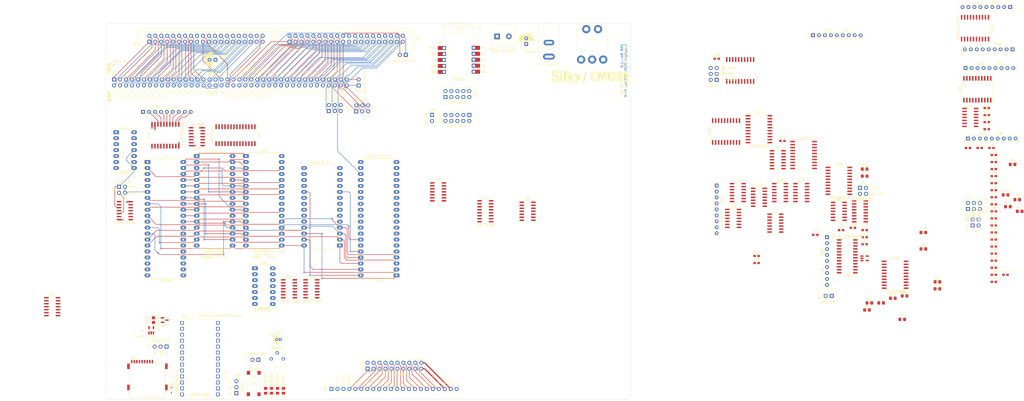
<source format=kicad_pcb>
(kicad_pcb (version 20241229) (generator "pcbnew") (generator_version "9.0")
  (title_block (title "ZMB - Retro Z80 System (Motherboard)") (date "2025-10-19") (rev "PR8.2") (company "SilkyDESIGN / CMOS1") (comment 1 "Copyright 2025 AESilky & SmM"))
  (layers (0 "F.Cu" signal) (4 "In1.Cu" signal) (6 "In2.Cu" signal) (2 "B.Cu" signal) (13 "F.Paste" user) (15 "B.Paste" user) (5 "F.SilkS" user "F.Silkscreen") (7 "B.SilkS" user "B.Silkscreen") (1 "F.Mask" user) (3 "B.Mask" user) (25 "Edge.Cuts" user))
  (net 0 "")
  (net 1 "GND")
  (net 2 "+5V")
  (net 3 "Net-(D1-K)")
  (net 4 "Net-(D1-A)")
  (net 5 "Net-(D2-A)")
  (net 6 "Net-(D2-K)")
  (net 7 "Net-(D3-A)")
  (net 8 "Net-(D3-K)")
  (net 9 "Net-(D4-K)")
  (net 10 "Net-(D4-A)")
  (net 11 "/ExpIFC-SIOCTC/UHPWR5")
  (net 12 "Net-(J1-Pin_2)")
  (net 13 "/ExpIFC-SIOCTC/B0IEO")
  (net 14 "/ExpIFC-SIOCTC/LCLIA-")
  (net 15 "/ExpIFC-SIOCTC/CSTM43")
  (net 16 "/ExpIFC-SIOCTC/CSTM46")
  (net 17 "/ExpIFC-SIOCTC/BA02")
  (net 18 "BA11")
  (net 19 "BA16")
  (net 20 "/ExpIFC-SIOCTC/BA06")
  (net 21 "/ExpIFC-SIOCTC/BA00")
  (net 22 "BA17")
  (net 23 "/ExpIFC-SIOCTC/CSTM42")
  (net 24 "/ExpIFC-SIOCTC/BA05")
  (net 25 "BA18")
  (net 26 "BA22")
  (net 27 "/ExpIFC-SIOCTC/BA08")
  (net 28 "BA23")
  (net 29 "/ExpIFC-SIOCTC/CSTM47")
  (net 30 "/ExpIFC-SIOCTC/CSTM41")
  (net 31 "CPURST-")
  (net 32 "BA14")
  (net 33 "BA10")
  (net 34 "BA20")
  (net 35 "/ExpIFC-SIOCTC/BA03")
  (net 36 "/ExpIFC-SIOCTC/CSTM44")
  (net 37 "BA13")
  (net 38 "BA12")
  (net 39 "ZM1-")
  (net 40 "BA15")
  (net 41 "/ExpIFC-SIOCTC/BA07")
  (net 42 "BRDRST-")
  (net 43 "BA21")
  (net 44 "BA19")
  (net 45 "/ExpIFC-SIOCTC/BA04")
  (net 46 "/ExpIFC-SIOCTC/CSTM45")
  (net 47 "ZRFSH-")
  (net 48 "/ExpIFC-SIOCTC/BA09")
  (net 49 "/ExpIFC-SIOCTC/BA01")
  (net 50 "ZNMI-")
  (net 51 "BD0")
  (net 52 "BWR-")
  (net 53 "USR6")
  (net 54 "ZBREQ-")
  (net 55 "BD6")
  (net 56 "/ExpIFC-SIOCTC/NC_D12")
  (net 57 "/ExpIFC-SIOCTC/TXD_A")
  (net 58 "BD3")
  (net 59 "/ExpIFC-SIOCTC/TXD_B")
  (net 60 "ZWAIT-")
  (net 61 "/ExpIFC-SIOCTC/NC_D13")
  (net 62 "ZHALT-")
  (net 63 "ZBSAK-")
  (net 64 "/ExpIFC-SIOCTC/USR1")
  (net 65 "/ExpIFC-SIOCTC/RXD_B")
  (net 66 "BD2")
  (net 67 "/ExpIFC-SIOCTC/NC_D14")
  (net 68 "USR7")
  (net 69 "BMREQ-")
  (net 70 "/ExpIFC-SIOCTC/RXD_A")
  (net 71 "ZINT-")
  (net 72 "/ExpIFC-SIOCTC/NC_D08")
  (net 73 "ZCLK")
  (net 74 "/ExpIFC-SIOCTC/NC_D11")
  (net 75 "BRD-")
  (net 76 "/ExpIFC-SIOCTC/USR3")
  (net 77 "BD1")
  (net 78 "/ExpIFC-SIOCTC/NC_D09")
  (net 79 "USR5")
  (net 80 "BD4")
  (net 81 "/ExpIFC-SIOCTC/NC_D15")
  (net 82 "/ExpIFC-SIOCTC/USR2")
  (net 83 "BIORQ-")
  (net 84 "BD5")
  (net 85 "/ExpIFC-SIOCTC/IOCLK")
  (net 86 "BD7")
  (net 87 "/ExpIFC-SIOCTC/NC_D10")
  (net 88 "/ExpIFC-SIOCTC/B1IEO")
  (net 89 "/ExpIFC-SIOCTC/B1IEI")
  (net 90 "/ExpIFC-SIOCTC/RTS_A")
  (net 91 "/ExpIFC-SIOCTC/DCD_A")
  (net 92 "Earth")
  (net 93 "/ExpIFC-SIOCTC/RI_A")
  (net 94 "/ExpIFC-SIOCTC/DTR_A")
  (net 95 "/ExpIFC-SIOCTC/DSR_A")
  (net 96 "/ExpIFC-SIOCTC/CTS_A")
  (net 97 "ZRD-")
  (net 98 "ZD6")
  (net 99 "/ExpIFC-SIOCTC/BLPWR")
  (net 100 "/ExpIFC-SIOCTC/FONT_BL")
  (net 101 "ZWR-")
  (net 102 "ZD2")
  (net 103 "ZA0")
  (net 104 "ZD7")
  (net 105 "/ExpIFC-SIOCTC/BLB")
  (net 106 "DISPSEL-")
  (net 107 "ZD5")
  (net 108 "ZD0")
  (net 109 "ZD1")
  (net 110 "ZD3")
  (net 111 "ZD4")
  (net 112 "BD_OPT1-")
  (net 113 "/ExpIFC-SIOCTC/USBD-")
  (net 114 "/ExpIFC-SIOCTC/USBD+")
  (net 115 "Net-(J15-Pin_b4)")
  (net 116 "Net-(J15-Pin_b2)")
  (net 117 "Net-(J15-Pin_b3)")
  (net 120 "Net-(J15-Pin_b1)")
  (net 123 "Net-(J15-Pin_b5)")
  (net 127 "/ExpIFC-SIOCTC/V3D7")
  (net 128 "/ExpIFC-SIOCTC/SPIMO")
  (net 129 "/ExpIFC-SIOCTC/SPIMI")
  (net 130 "USBSDSEL-")
  (net 131 "+3.3V")
  (net 132 "/ExpIFC-SIOCTC/V3D1")
  (net 133 "/ExpIFC-SIOCTC/V3D6")
  (net 134 "/ExpIFC-SIOCTC/SPICK")
  (net 135 "/ExpIFC-SIOCTC/V3D3")
  (net 136 "/ExpIFC-SIOCTC/V3D5")
  (net 137 "/ExpIFC-SIOCTC/V3D4")
  (net 138 "/ExpIFC-SIOCTC/V3D0")
  (net 139 "/ExpIFC-SIOCTC/SDCS-")
  (net 140 "/ExpIFC-SIOCTC/WAITRQ-")
  (net 141 "/ExpIFC-SIOCTC/V3D2")
  (net 142 "/ExpIFC-SIOCTC/EXTIRQ-")
  (net 143 "Net-(U35-RxDA)")
  (net 144 "Net-(U35-~{SYNCA})")
  (net 145 "Net-(U35-~{RTSA})")
  (net 146 "Net-(U35-~{DTRA})")
  (net 147 "Net-(U35-RxDB)")
  (net 148 "Net-(U35-TxDB)")
  (net 149 "Net-(U35-~{DTRB})")
  (net 150 "Net-(U35-TxDA)")
  (net 151 "Net-(U35-~{CTSA})")
  (net 152 "Net-(U35-~{DCDA})")
  (net 153 "/ExpIFC-SIOCTC/RTS_B")
  (net 154 "Net-(U35-~{RTSB})")
  (net 155 "/ExpIFC-SIOCTC/WAIT")
  (net 156 "Net-(Q1-B)")
  (net 157 "Net-(R20-Pad2)")
  (net 158 "/MainBoard-CPU_Decode/MHA21")
  (net 159 "/MainBoard-CPU_Decode/PDA16")
  (net 160 "/MainBoard-CPU_Decode/PDA18")
  (net 161 "/MainBoard-CPU_Decode/PDA20")
  (net 163 "/MainBoard-CPU_Decode/MHA22")
  (net 164 "/MainBoard-CPU_Decode/PDA17")
  (net 165 "/MainBoard-CPU_Decode/MHA23")
  (net 166 "/MainBoard-CPU_Decode/BA00")
  (net 167 "/MainBoard-CPU_Decode/BA07")
  (net 168 "/MainBoard-CPU_Decode/BA05")
  (net 169 "/MainBoard-CPU_Decode/BA04")
  (net 170 "/MainBoard-CPU_Decode/BA03")
  (net 171 "/MainBoard-CPU_Decode/BA02")
  (net 172 "/MainBoard-CPU_Decode/BA06")
  (net 173 "/MainBoard-CPU_Decode/BA01")
  (net 174 "/MainBoard-CPU_Decode/BA09")
  (net 175 "/MainBoard-CPU_Decode/BA08")
  (net 176 "VPU2")
  (net 177 "VPU1")
  (net 178 "ZMREQ-")
  (net 179 "NMIREQ-")
  (net 180 "ZIORQ-")
  (net 184 "/MainBoard-CPU_Decode/MHZ12")
  (net 185 "Net-(J2-Pin_a2)")
  (net 186 "Net-(U2A-D)")
  (net 187 "Net-(U11A-Q)")
  (net 188 "/MainBoard-CPU_Decode/PGINGEN")
  (net 189 "/MainBoard-CPU_Decode/PGINGEN-")
  (net 190 "/MainBoard-CPU_Decode/PGENWR-")
  (net 191 "/MainBoard-CPU_Decode/BRDRST")
  (net 192 "/MainBoard-CPU_Decode/BAtoZAH-")
  (net 193 "/MainBoard-CPU_Decode/PRA3")
  (net 194 "ZRST-")
  (net 195 "/MainBoard-CPU_Decode/BAtoZA-")
  (net 196 "/MainBoard-CPU_Decode/BAtoMHA-")
  (net 197 "/ExpIFC-SIOCTC/CTCIEO")
  (net 198 "/ExpIFC-SIOCTC/SIOIEO")
  (net 199 "/MainBoard-CPU_Decode/ZMNIO-")
  (net 200 "/MainBoard-CPU_Decode/PROE-")
  (net 201 "/MainBoard-CPU_Decode/BUSIO-")
  (net 202 "/MainBoard-CPU_Decode/PGRGRD-")
  (net 203 "/MainBoard-CPU_Decode/ZMASTER")
  (net 204 "/MainBoard-CPU_Decode/BUSMEM-")
  (net 205 "Net-(U29-Pad13)")
  (net 206 "Net-(U6-Pad6)")
  (net 207 "/MainBoard-CPU_Decode/ZMASTER-")
  (net 208 "ZA7")
  (net 209 "Net-(U12-~{E0})")
  (net 210 "/MainBoard-CPU_Decode/ZRST")
  (net 211 "Net-(U29-Pad9)")
  (net 212 "BUSIA-")
  (net 213 "ZA6")
  (net 214 "INTACK")
  (net 215 "Net-(U12-E2)")
  (net 216 "Net-(U29-Pad5)")
  (net 217 "/MainBoard-CPU_Decode/LCLIO")
  (net 218 "ZA2")
  (net 219 "/MainBoard-CPU_Decode/LCLMEM")
  (net 220 "/MainBoard-CPU_Decode/NMIEN")
  (net 221 "/MainBoard-CPU_Decode/PGRGSEL-")
  (net 222 "Net-(U8-Pad3)")
  (net 223 "/MainBoard-CPU_Decode/ZPGPRS")
  (net 224 "/MainBoard-CPU_Decode/MHAtoBA-")
  (net 225 "/MainBoard-CPU_Decode/LCLMEM-")
  (net 226 "/MainBoard-CPU_Decode/LOW1MEG")
  (net 227 "/MainBoard-CPU_Decode/MHA20")
  (net 228 "Net-(J5-Pin_a2)")
  (net 229 "Net-(U11B-D)")
  (net 231 "ZA5")
  (net 232 "/MainBoard-CPU_Decode/IO_A0A3-")
  (net 233 "CTC_SEL-")
  (net 234 "/MainBoard-CPU_Decode/BDCTRL-")
  (net 235 "SIO_SEL-")
  (net 236 "ZA3")
  (net 237 "ZA4")
  (net 238 "ZA10")
  (net 239 "ZA11")
  (net 240 "ZA13")
  (net 241 "ZA8")
  (net 242 "ZA15")
  (net 243 "ZA14")
  (net 244 "ZA1")
  (net 245 "ZA12")
  (net 246 "ZA9")
  (net 247 "/MainBoard-CPU_Decode/LOW1MEG-")
  (net 248 "/MainBoard-CPU_Decode/ZAtHoBA-")
  (net 249 "Net-(U14-Pad8)")
  (net 250 "/MainBoard-CPU_Decode/MHA15")
  (net 251 "/MainBoard-CPU_Decode/MHA19")
  (net 252 "/MainBoard-CPU_Decode/MHA13")
  (net 253 "/MainBoard-CPU_Decode/MHA16")
  (net 254 "/MainBoard-CPU_Decode/PGRGWR-")
  (net 255 "/MainBoard-CPU_Decode/MHA17")
  (net 256 "/MainBoard-CPU_Decode/MHA14")
  (net 257 "/MainBoard-CPU_Decode/MHA18")
  (net 258 "/MainBoard-CPU_Decode/SRAMRD-")
  (net 260 "/MainBoard-CPU_Decode/SRAMWR-")
  (net 263 "/MainBoard-CPU_Decode/FLASHWR-")
  (net 265 "/MainBoard-CPU_Decode/FLASHRD-")
  (net 266 "/MainBoard-CPU_Decode/RA55RO")
  (net 267 "/MainBoard-CPU_Decode/BDCTLWR-")
  (net 269 "/MainBoard-CPU_Decode/BMBTOZ")
  (net 270 "/MainBoard-CPU_Decode/BDTOZD-")
  (net 271 "/MainBoard-CPU_Decode/ZMBTOZ")
  (net 272 "/ExpIFC-SIOCTC/MHZ3_7")
  (net 273 "Net-(U32A-D)")
  (net 277 "/LOGIC_PWR_SPARES/VPU2")
  (net 279 "/ExpIFC-SIOCTC/CHB_CLK")
  (net 280 "/ExpIFC-SIOCTC/CTC_CLK2")
  (net 281 "/ExpIFC-SIOCTC/CHA_CLK")
  (net 282 "/ExpIFC-SIOCTC/CTC2_OUT")
  (net 283 "/ExpIFC-SIOCTC/CTC3_CLK")
  (net 287 "Net-(J6-Pin_a2)")
  (net 289 "/MainBoard-CPU_Decode/ZDBDEN-")
  (net 290 "Net-(U34-Pad10)")
  (net 293 "Net-(SW2-B)")
  (net 295 "/ExpIFC-SIOCTC/CSTM48")
  (footprint "MountingHole:MountingHole_3.2mm_M3" (layer "F.Cu") (at 309.88 99.06)
    (property "Reference" "H3" (hide yes))
    (property "Value" "MountingHole" (hide yes))
  )
  (footprint "Capacitor_THT:CP_Radial_D4.0mm_P1.50mm" (layer "F.Cu") (at 165.735 228.6 180)
    (property "Reference" "C6")
    (property "Value" "47uF")
  )
  (footprint "Resistor_THT:R_Array_SIP9" (layer "F.Cu") (at 107.315 131.65)
    (property "Reference" "RN4")
    (property "Value" "10k")
  )
  (footprint "Package_SO:SOIC-14_3.9x8.7mm_P1.27mm" (layer "F.Cu") (at 130.24 142.24 180)
    (property "Reference" "U10")
    (property "Value" "74F260")
  )
  (footprint "Capacitor_SMD:C_0603_1608Metric_Pad1.08x0.95mm_HandSolder" (layer "F.Cu") (at 469.606 186.036)
    (property "Reference" "C26")
    (property "Value" "0.1uF")
  )
  (footprint "Diode_SMD:D_SOD-323F" (layer "F.Cu") (at 119.38 250.19 -90)
    (property "Reference" "D6")
    (property "Value" "CDBF0130R")
  )
  (footprint "Capacitor_SMD:C_0603_1608Metric_Pad1.08x0.95mm_HandSolder" (layer "F.Cu") (at 414.606 188.036)
    (property "Reference" "C27")
    (property "Value" "0.1uF")
  )
  (footprint "Package_DIP:DIP-14_W7.62mm_LongPads" (layer "F.Cu") (at 154.962 198.256)
    (property "Reference" "U31")
    (property "Value" "3.6864MHz")
  )
  (footprint "Package_SO:SOIC-20W_7.5x12.8mm_P1.27mm" (layer "F.Cu") (at 388.606 150.036)
    (property "Reference" "U26")
    (property "Value" "74AHCT245NS")
  )
  (footprint "Capacitor_SMD:C_0603_1608Metric_Pad1.08x0.95mm_HandSolder" (layer "F.Cu") (at 458.606 147.036)
    (property "Reference" "C12")
    (property "Value" "0.1uF")
  )
  (footprint "Capacitor_SMD:C_0603_1608Metric_Pad1.08x0.95mm_HandSolder" (layer "F.Cu") (at 466.606 133.036)
    (property "Reference" "C32")
    (property "Value" "0.1uF")
  )
  (footprint "MountingHole:MountingHole_2.7mm_M2.5" (layer "F.Cu") (at 171.796679 248.907865)
    (property "Reference" "H6" (hide yes))
    (property "Value" "MountingHole" (hide yes))
  )
  (footprint "Connector_PinHeader_2.54mm:PinHeader_1x03_P2.54mm_Vertical" (layer "F.Cu") (at 147.066 251.46 180)
    (property "Reference" "J16")
    (property "Value" "HDR 1x3 Pin" (hide yes))
  )
  (footprint "Capacitor_SMD:C_0603_1608Metric_Pad1.08x0.95mm_HandSolder" (layer "F.Cu") (at 469.606 192.036)
    (property "Reference" "C39")
    (property "Value" "0.1uF")
  )
  (footprint "Package_SO:SOIC-20W_7.5x12.8mm_P1.27mm" (layer "F.Cu") (at 403.606 161.036)
    (property "Reference" "U18")
    (property "Value" "74AHCT245NS")
  )
  (footprint "Connector_PinHeader_2.54mm:PinHeader_1x03_P2.54mm_Vertical" (layer "F.Cu") (at 117.348 231.648 -90)
    (property "Reference" "J21")
    (property "Value" "HDR 1x3 Pin" (hide yes))
  )
  (footprint "Package_SO:SOIC-14_3.9x8.7mm_P1.27mm" (layer "F.Cu") (at 271.08 173.99)
    (property "Reference" "U8")
    (property "Value" "74AHCT00")
  )
  (footprint "AES_Library:AES-FTDI-UMFT234XF" (layer "F.Cu") (at 241.808 104.394)
    (property "Reference" "M1")
    (property "Value" "AES-FTDI_FT234XF_USB_UART_Module" (hide yes))
  )
  (footprint "Package_SO:SOIC-14_3.9x8.7mm_P1.27mm" (layer "F.Cu") (at 68.645 214.63)
    (property "Reference" "U34")
    (property "Value" "74AHCT10")
  )
  (footprint "Package_SO:SOIC-16_3.9x9.9mm_P1.27mm" (layer "F.Cu") (at 412.606 174.036)
    (property "Reference" "U12")
    (property "Value" "74ACT138D")
  )
  (footprint "MountingHole:MountingHole_3.2mm_M3" (layer "F.Cu") (at 96.52 248.92)
    (property "Reference" "H1" (hide yes))
    (property "Value" "MountingHole" (hide yes))
  )
  (footprint "Capacitor_SMD:C_0603_1608Metric_Pad1.08x0.95mm_HandSolder" (layer "F.Cu") (at 469.606 174.036)
    (property "Reference" "C8")
    (property "Value" "0.1uF")
  )
  (footprint "Package_SO:SOIC-14_3.9x8.7mm_P1.27mm" (layer "F.Cu") (at 376.606 179.036)
    (property "Reference" "U7")
    (property "Value" "74AHCT02")
  )
  (footprint "Package_DIP:DIP-40_W15.24mm_Socket_LongPads" (layer "F.Cu") (at 109.22 153.035)
    (property "Reference" "U13")
    (property "Value" "Z80CPU")
  )
  (footprint "Capacitor_SMD:C_0603_1608Metric_Pad1.08x0.95mm_HandSolder" (layer "F.Cu") (at 469.606 162.036)
    (property "Reference" "C31")
    (property "Value" "0.1uF")
  )
  (footprint "Capacitor_SMD:C_0603_1608Metric_Pad1.08x0.95mm_HandSolder" (layer "F.Cu") (at 414.606 182.036)
    (property "Reference" "C7")
    (property "Value" "0.1uF")
  )
  (footprint "Package_SO:SOIC-14_3.9x8.7mm_P1.27mm" (layer "F.Cu") (at 459.606 134.036)
    (property "Reference" "U4")
    (property "Value" "74AHCT08")
  )
  (footprint "Resistor_THT:R_Array_SIP9" (layer "F.Cu") (at 458.606 143.036)
    (property "Reference" "RN1")
    (property "Value" "20k")
  )
  (footprint "Resistor_SMD:R_0805_2012Metric_Pad1.20x1.40mm_HandSolder" (layer "F.Cu") (at 439.606 190.036)
    (property "Reference" "R6")
    (property "Value" "10k")
  )
  (footprint "Connector_PinHeader_2.54mm:PinHeader_1x02_P2.54mm_Vertical" (layer "F.Cu") (at 199.136 120.401 180)
    (property "Reference" "J11")
    (property "Value" "HDR 1x02 Pin" (hide yes))
  )
  (footprint "Package_SO:SOJ-28_7.62x18.415mm_P1.27mm" (layer "F.Cu") (at 146.685 141.605 -90)
    (property "Reference" "U15")
    (property "Value" "SRAM 8K/32K" (hide yes))
  )
  (footprint "Capacitor_SMD:C_0603_1608Metric_Pad1.08x0.95mm_HandSolder" (layer "F.Cu") (at 463.606 147.036)
    (property "Reference" "C14")
    (property "Value" "0.1uF")
  )
  (footprint "Capacitor_SMD:C_0603_1608Metric_Pad1.08x0.95mm_HandSolder" (layer "F.Cu") (at 368.606 196.036)
    (property "Reference" "C9")
    (property "Value" "0.1uF")
  )
  (footprint "AES_Library:SW-SPDT-PCB-TGL-RA-AES" (layer "F.Cu") (at 298.577 96.4345)
    (property "Reference" "SW2")
    (property "Value" "SW Toggle PCB")
  )
  (footprint "Package_SO:SOIC-20W_7.5x12.8mm_P1.27mm" (layer "F.Cu") (at 369.606 139.036)
    (property "Reference" "U17")
    (property "Value" "74AHC541NS")
  )
  (footprint "LED_SMD:LED_0805_2012Metric_Pad1.15x1.40mm_HandSolder" (layer "F.Cu") (at 162.052 250.444 -90)
    (property "Reference" "D2")
    (property "Value" "LED RED" (hide yes))
  )
  (footprint "MountingHole:MountingHole_2.7mm_M2.5" (layer "F.Cu") (at 309.777694 151.929173)
    (property "Reference" "H5" (hide yes))
    (property "Value" "MountingHole" (hide yes))
  )
  (footprint "Resistor_SMD:R_0805_2012Metric_Pad1.20x1.40mm_HandSolder" (layer "F.Cu") (at 480.606 174.036)
    (property "Reference" "R17")
    (property "Value" "22")
  )
  (footprint "Resistor_THT:R_Array_SIP9" (layer "F.Cu") (at 351.606 163.036 -90)
    (property "Reference" "RN3")
    (property "Value" "10k")
  )
  (footprint "Resistor_SMD:R_0805_2012Metric_Pad1.20x1.40mm_HandSolder" (layer "F.Cu") (at 430.606 220.036)
    (property "Reference" "R1")
    (property "Value" "510")
  )
  (footprint "Capacitor_SMD:C_0603_1608Metric_Pad1.08x0.95mm_HandSolder" (layer "F.Cu") (at 469.606 150.036)
    (property "Reference" "C23")
    (property "Value" "0.1uF")
  )
  (footprint "Resistor_SMD:R_0805_2012Metric_Pad1.20x1.40mm_HandSolder" (layer "F.Cu") (at 474.606 167.036)
    (property "Reference" "R10")
    (property "Value" "22")
  )
  (footprint "Resistor_THT:R_Array_SIP9" (layer "F.Cu") (at 457.606 113.036)
    (property "Reference" "RN2")
    (property "Value" "10k")
  )
  (footprint "Capacitor_THT:CP_Radial_D6.3mm_P2.50mm" (layer "F.Cu") (at 138.153449 109.466688 180)
    (property "Reference" "C3")
    (property "Value" "220uF")
  )
  (footprint "Package_SO:SOIC-20W_7.5x12.8mm_P1.27mm" (layer "F.Cu") (at 116.84 141.605 90)
    (property "Reference" "U27")
    (property "Value" "74AHCT245NS")
  )
  (footprint "Capacitor_SMD:C_0603_1608Metric_Pad1.08x0.95mm_HandSolder" (layer "F.Cu") (at 468.606 147.036)
    (property "Reference" "C24")
    (property "Value" "0.1uF")
  )
  (footprint "AES_Library:PinHeader_2x03_AB-AES" (layer "F.Cu") (at 186.436 131.323 90)
    (property "Reference" "J19")
    (property "Value" "Conn_02x03")
  )
  (footprint "Resistor_SMD:R_0805_2012Metric_Pad1.20x1.40mm_HandSolder" (layer "F.Cu") (at 445.606 207.036)
    (property "Reference" "R20")
    (property "Value" "180")
  )
  (footprint "Capacitor_THT:CP_Radial_D6.3mm_P2.50mm" (layer "F.Cu") (at 270.51 102.83 90)
    (property "Reference" "C4")
    (property "Value" "220uF")
  )
  (footprint "Package_SO:SOIC-14_3.9x8.7mm_P1.27mm" (layer "F.Cu") (at 377.606 152.036)
    (property "Reference" "U9")
    (property "Value" "74AHCT32")
  )
  (footprint "Capacitor_SMD:C_0603_1608Metric_Pad1.08x0.95mm_HandSolder" (layer "F.Cu") (at 469.606 198.036)
    (property "Reference" "C1")
    (property "Value" "0.1uF")
  )
  (footprint "Connector_PinHeader_2.54mm:PinHeader_1x02_P2.54mm_Vertical" (layer "F.Cu") (at 230.378 132.964)
    (property "Reference" "J20")
    (property "Value" "HDR 1x02 Pin" (hide yes))
  )
  (footprint "AES_Library:PinHeader_2x02_AB-AES" (layer "F.Cu") (at 97.093 163.576)
    (property "Reference" "J2")
    (property "Value" "HDR 02x02" (hide yes))
  )
  (footprint "Capacitor_SMD:C_0603_1608Metric_Pad1.08x0.95mm_HandSolder" (layer "F.Cu") (at 469.606 168.036)
    (property "Reference" "C21")
    (property "Value" "0.1uF")
  )
  (footprint "Resistor_SMD:R_0805_2012Metric_Pad1.20x1.40mm_HandSolder" (layer "F.Cu") (at 414.606 159.036)
    (property "Reference" "R7")
    (property "Value" "22")
  )
  (footprint "Resistor_SMD:R_0805_2012Metric_Pad1.20x1.40mm_HandSolder" (layer "F.Cu") (at 479.606 169.036)
    (property "Reference" "R9")
    (property "Value" "22")
  )
  (footprint "AES_Library:AES-SW_PUSH_SMD_1P1T_NO_6x6mm" (layer "F.Cu") (at 154.432 247.396 90)
    (property "Reference" "SW1")
    (property "Value" "SW_Push")
  )
  (footprint "Package_SO:SOIC-20W_7.5x12.8mm_P1.27mm" (layer "F.Cu") (at 355.606 140.036 90)
    (property "Reference" "U23")
    (property "Value" "74AHCT244NS")
  )
  (footprint "Capacitor_SMD:C_0603_1608Metric_Pad1.08x0.95mm_HandSolder" (layer "F.Cu") (at 393.606 184.036)
    (property "Reference" "C37")
    (property "Value" "0.1uF")
  )
  (footprint "Resistor_SMD:R_0805_2012Metric_Pad1.20x1.40mm_HandSolder" (layer "F.Cu") (at 439.606 183.036)
    (property "Reference" "R18")
    (property "Value" "22")
  )
  (footprint "Package_DIP:DIP-32_W15.24mm_Socket_LongPads" (layer "F.Cu") (at 151.13 150.495)
    (property "Reference" "U22")
    (property "Value" "SST39SF040")
  )
  (footprint "AES_Library:PinHeader_2x03_AB-AES" (layer "F.Cu") (at 458.606 173.036 90)
    (property "Reference" "J10")
    (property "Value" "Conn_02x03" (hide yes))
  )
  (footprint "Connector_IDC:IDC-Header_2x20_P2.54mm_Vertical" (layer "F.Cu") (at 169.678501 101.805501 90)
    (property "Reference" "J9")
    (property "Value" "HDR 02x20 PIN (Ribbon Socket)")
  )
  (footprint "Resistor_SMD:R_0805_2012Metric_Pad1.20x1.40mm_HandSolder" (layer "F.Cu") (at 431.606 210.036)
    (property "Reference" "R12")
    (property "Value" "22")
  )
  (footprint "Package_SO:SOIC-14_3.9x8.7mm_P1.27mm" (layer "F.Cu") (at 358.606 177.036)
    (property "Reference" "U38")
    (property "Value" "74AHCT32")
  )
  (footprint "MountingHole:MountingHole_2.7mm_M2.5" (layer "F.Cu") (at 171.75475 151.938471)
    (property "Reference" "H7" (hide yes))
    (property "Value" "MountingHole" (hide yes))
  )
  (footprint "Capacitor_SMD:C_0603_1608Metric_Pad1.08x0.95mm_HandSolder" (layer "F.Cu") (at 469.606 195.036)
    (property "Reference" "C33")
    (property "Value" "0.1uF")
  )
  (footprint "MountingHole:MountingHole_3.2mm_M3" (layer "F.Cu") (at 309.88 248.92)
    (property "Reference" "H2" (hide yes))
    (property "Value" "MountingHole" (hide yes))
  )
  (footprint "AES_Library:PinHeader_2x03_AB-AES" (layer "F.Cu") (at 351.606 118.036 180)
    (property "Reference" "OPT1")
    (property "Value" "HDR 02x03")
  )
  (footprint "Capacitor_SMD:C_0603_1608Metric_Pad1.08x0.95mm_HandSolder" (layer "F.Cu") (at 469.606 153.036)
    (property "Reference" "C25")
    (property "Value" "0.1uF")
  )
  (footprint "Capacitor_SMD:C_0603_1608Metric_Pad1.08x0.95mm_HandSolder" (layer "F.Cu") (at 351.606 109.036)
    (property "Reference" "C35")
    (property "Value" "0.1uF")
  )
  (footprint "Capacitor_SMD:C_0603_1608Metric_Pad1.08x0.95mm_HandSolder" (layer "F.Cu") (at 466.606 139.036)
    (property "Reference" "C2")
    (property "Value" "0.1uF")
  )
  (footprint "Package_DIP:DIP-40_W15.24mm_Socket_LongPads" (layer "F.Cu") (at 215.265 201.295 180)
    (property "Reference" "U35")
    (property "Value" "Z84C42 SIO/2")
  )
  (footprint "Package_SO:SOIC-20W_7.5x12.8mm_P1.27mm" (layer "F.Cu") (at 461.606 96.036 -90)
    (property "Reference" "U30")
    (property "Value" "74AHCT245NS")
  )
  (footprint "AES_Library:AES-CUI_PJ-037B" (layer "F.Cu") (at 280.162 108.1495 90)
    (property "Reference" "J4")
    (property "Value" "BARREL JACK" (hide yes))
  )
  (footprint "Connector_PinHeader_2.54mm:PinHeader_2x10_P2.54mm_Vertical" (layer "F.Cu") (at 202.946 241.051 90)
    (property "Reference" "J17")
    (property "Value" "HDR 2x10 Pin")
  )
  (footprint "Capacitor_SMD:C_0603_1608Metric_Pad1.08x0.95mm_HandSolder" (layer "F.Cu") (at 368.606 193.036)
    (property "Reference" "C19")
    (property "Value" "0.1uF")
  )
  (footprint "Capacitor_SMD:C_0603_1608Metric_Pad1.08x0.95mm_HandSolder" (layer "F.Cu") (at 409.606 181.036)
    (property "Reference" "C30")
    (property "Value" "0.1uF")
  )
  (footprint "Connector_PinHeader_2.54mm:PinHeader_1x02_P2.54mm_Vertical" (layer "F.Cu") (at 400.606 210.036 -90)
    (property "Reference" "J18")
    (property "Value" "HDR 1x02 Pin")
  )
  (footprint "Capacitor_SMD:C_0603_1608Metric_Pad1.08x0.95mm_HandSolder" (layer "F.Cu") (at 469.606 177.036)
    (property "Reference" "C18")
    (property "Value" "0.1uF")
  )
  (footprint "AES_Library:PinHeader_2x02_AB-AES" (layer "F.Cu") (at 460.606 180.036 90)
    (property "Reference" "J6")
    (property "Value" "HDR 02x02")
  )
  (footprint "Resistor_SMD:R_0805_2012Metric_Pad1.20x1.40mm_HandSolder" (layer "F.Cu") (at 415.606 216.036)
    (property "Reference" "R2")
    (property "Value" "510")
  )
  (footprint "Resistor_SMD:R_0805_2012Metric_Pad1.20x1.40mm_HandSolder" (layer "F.Cu") (at 477.606 154.036)
    (property "Reference" "R8")
    (property "Value" "22")
  )
  (footprint "Capacitor_SMD:C_0603_1608Metric_Pad1.08x0.95mm_HandSolder" (layer "F.Cu") (at 469.606 165.036)
    (property "Reference" "C28")
    (property "Value" "0.1uF")
  )
  (footprint "Connector_PinHeader_2.54mm:PinHeader_1x02_P2.54mm_Vertical" (layer "F.Cu") (at 156.464 237.236 -90)
    (property "Reference" "J1")
    (property "Value" "HDR 1x02 Pin")
  )
  (footprint "Capacitor_SMD:C_0603_1608Metric_Pad1.08x0.95mm_HandSolder" (layer "F.Cu") (at 474.606 201.036)
    (property "Reference" "C10")
    (property "Value" "0.1uF")
  )
  (footprint "Package_SO:SOIC-14_3.9x8.7mm_P1.27mm" (layer "F.Cu") (at 360.606 166.036)
    (property "Reference" "U14")
    (property "Value" "74F27")
  )
  (footprint "Package_DIP:DIP-28_W15.24mm_LongPads" (layer "F.Cu") (at 191.135 188.595 180)
    (property "Reference" "U33")
    (property "Value" "Z84C30 CTC")
  )
  (footprint "Capacitor_SMD:C_0603_1608Metric_Pad1.08x0.95mm_HandSolder" (layer "F.Cu") (at 469.606 201.036)
    (property "Reference" "C34")
    (property "Value" "0.1uF")
  )
  (footprint "Package_SO:SOIC-14_3.9x8.7mm_P1.27mm" (layer "F.Cu") (at 169.48 207.01)
    (property "Reference" "U32")
    (property "Value" "74AHCT74DR")
  )
  (footprint "Package_SO:SOIC-14_3.9x8.7mm_P1.27mm" (layer "F.Cu") (at 179.005 207.01)
    (property "Reference" "U11")
    (property "Value" "74AHCT74DR")
  )
  (footprint "AES_Library:Adafruit-KB2040-AES" (layer "F.Cu") (at 131.572 236.728 90)
    (property "Reference" "Mod1")
    (property "Value" "Adafruit KB2040 Module")
  )
  (footprint "AES_Library:OLED-Disp-Socket-P2-8BitPI-AES" (layer "F.Cu") (at 187.565 249.66 90)
    (property "Reference" "M2")
    (property "Value" "DISPLAY")
  )
  (footprint "Capacitor_SMD:C_0603_1608Metric_Pad1.08x0.95mm_HandSolder" (layer "F.Cu") (at 469.606 171.036)
    (property "Reference" "C16")
    (property "Value" "0.1uF")
  )
  (footprint "Package_SO:SOIC-14_3.9x8.7mm_P1.27mm" (layer "F.Cu") (at 232.98 165.735)
    (property "Reference" "U5")
    (property "Value" "74AHCT08")
  )
  (footprint "LED_SMD:LED_0805_2012Metric_Pad1.15x1.40mm_HandSolder" (layer "F.Cu") (at 167.132 250.444 -90)
    (property "Reference" "D4")
    (property "Value" "LED GREEN" (hide yes))
  )
  (footprint "Package_SO:SOIC-20W_7.5x12.8mm_P1.27mm" (layer "F.Cu") (at 462.606 122.036 90)
    (property "Reference" "U25")
    (property "Value" "74AHCT245NS")
  )
  (footprint "Package_TO_SOT_SMD:SOT-23-5" (layer "F.Cu") (at 110.804999 224.6575 90)
    (property "Reference" "U37")
    (property "Value" "74AHCT1G02")
  )
  (footprint "Package_DIP:DIP-32_W15.24mm_Socket_LongPads" (layer "F.Cu") (at 130.175 150.495)
    (property "Reference" "U21")
    (property "Value" "AS6C4008")
  )
  (footprint "AES_Library:AES-TermBlock-2POS-5mm-Horz" (layer "F.Cu") (at 258.084 99.612)
    (property "Reference" "J3")
    (property "Value" "Screw_Terminal_01x02" (hide yes))
  )
  (footprint "Resistor_THT:R_Array_SIP9" (layer "F.Cu") (at 476.606 87.036 180)
    (property "Reference" "RN5")
    (property "Value" "10k")
  )
  (footprint "Capacitor_SMD:C_0603_1608Metric_Pad1.08x0.95mm_HandSolder" (layer "F.Cu") (at 469.606 180.036)
    (property "Reference" "C29")
    (property "Value" "0.1uF")
  )
  (footprint "Package_SO:SO-24_5.3x15mm_P1.27mm" (layer "F.Cu") (at 407.1985 193.191 180)
    (property "Reference" "U36")
    (property "Value" "SN74LVC8T245NS")
  )
  (footprint "Capacitor_SMD:C_0603_1608Metric_Pad1.08x0.95mm_HandSolder" (layer "F.Cu") (at 469.606 189.036)
    (property "Reference" "C40")
    (property "Value" "0.1uF")
  )
  (footprint "Capacitor_SMD:C_0603_1608Metric_Pad1.08x0.95mm_HandSolder" (layer "F.Cu") (at 466.606 136.036)
    (property "Reference" "C11")
    (property "Value" "0.1uF")
  )
  (footprint "AES_Library:AES-PinHeader_2x05_DB9-Order" (layer "F.Cu") (at 246.253 132.969 -90)
    (property "Reference" "J14")
    (property "Value" "CONN 02x05 - DTE_HDR-AES" (hide yes))
  )
  (footprint "Capacitor_SMD:C_0603_1608Metric_Pad1.08x0.95mm_HandSolder" (layer "F.Cu") (at 379.606 144.036)
    (property "Reference" "C17")
    (property "Value" "0.1uF")
  )
  (footprint "Package_SO:SOIC-20W_7.5x12.8mm_P1.27mm" (layer "F.Cu") (at 427.606 201.036)
    (property "Reference" "U28")
    (property "Value" "74HCT273NS")
  )
  (footprint "Connector_IDC:IDC-Header_2x20_P2.54mm_Vertical" (layer "F.Cu") (at 109.988501 101.805501 90)
    (property "Reference" "J8")
    (property "Value" "HDR 02x20 PIN (Ribbon Socket)")
  )
  (footprint "Resistor_SMD:R_0805_2012Metric_Pad1.20x1.40mm_HandSolder" (layer "F.Cu") (at 416.606 213.036)
    (property "Reference" "R3")
    (property "Value" "510")
  )
  (footprint "Capacitor_SMD:C_0603_1608Metric_Pad1.08x0.95mm_HandSolder" (layer "F.Cu") (at 469.606 183.036)
    (property "Reference" "C36")
    (property "Value" "0.1uF")
  )
  (footprint "AES_Library:PinHeader_2x05_AB-AES" (layer "F.Cu") (at 236.093 125.349 90)
    (property "Reference" "J15")
    (property "Value" "Conn_02x05 HDR" (hide yes))
  )
  (footprint "LED_SMD:LED_0805_2012Metric_Pad1.15x1.40mm_HandSolder" (layer "F.Cu") (at 164.592 250.444 -90)
    (property "Reference" "D3")
    (property "Value" "LED RED" (hide yes))
  )
  (footprint "Connector_PinHeader_2.54mm:PinHeader_1x02_P2.54mm_Vertical" (layer "F.Cu") (at 219.213501 107.393501 -90)
    (property "Reference" "J7")
    (property "Value" "HDR 1x02 Pin" (hide yes))
  )
  (footprint "AES_Library:PinHeader_2x02_AB-AES" (layer "F.Cu") (at 412.606 164.036)
    (property "Reference" "J5")
    (property "Value" "HDR 02x02" (hide yes))
  )
  (footprint "AES_Library:PinHeader_2x03_AB-AES" (layer "F.Cu") (at 198.12 131.445 90)
    (property "Reference" "J13")
    (property "Value" "HDR 02x03 PIN" (hide yes))
  )
  (footprint "Resistor_THT:R_Array_SIP9" (layer "F.Cu") (at 392.606 99.036)
    (property "Reference" "RN7")
    (property "Value" "10k")
  )
  (footprint "Capacitor_SMD:C_0603_1608Metric_Pad1.08x0.95mm_HandSolder" (layer "F.Cu") (at 469.606 159.036)
    (property "Reference" "C38")
    (property "Value" "0.1uF")
  )
  (footprint "Resistor_THT:R_Array_SIP9" (layer "F.Cu") (at 398.606 185.036 -90)
    (property "Reference" "RN6")
    (property "Value" "10k")
  )
  (footprint "Package_TO_SOT_SMD:SOT-23" (layer "F.Cu") (at 116.537499 220.345)
    (property "Reference" "Q1")
    (property "Value" "MMBT3904")
  )
  (footprint "AES_Library:SILKY-DESIGN-logo-0_50-AES" (layer "F.Cu") (at 287.528002 116.840001)
    (property "Reference" "G***" (hide yes))
    (property "Value" "LOGO" (hide yes))
  )
  (footprint "Package_SO:SOIC-14_3.9x8.7mm_P1.27mm" (layer "F.Cu") (at 99.568 173.736)
    (property "Reference" "U2")
    (property "Value" "74AHCT74DR")
  )
  (footprint "Package_TO_SOT_SMD:SOT-23-5" (layer "F.Cu") (at 414.606 194.036)
    (property "Reference" "U3")
    (property "Value" "MIC2775")
  )
  (footprint "MountingHole:MountingHole_3.2mm_M3" (layer "F.Cu") (at 96.52 99.06)
    (property "Reference" "H4" (hide yes))
    (property "Value" "MountingHole" (hide yes))
  )
  (footprint "Capacitor_SMD:C_0603_1608Metric_Pad1.08x0.95mm_HandSolder" (layer "F.Cu") (at 414.606 185.036)
    (property "Reference" "C22")
    (property "Value" "0.1uF")
  )
  (footprint "AES_Library:RC80-BUS-BPMB-AES" (layer "F.Cu") (at 94.996 117.856 90)
    (property "Reference" "J12")
    (property "Value" "SOCKET 02x40 (BRD-CONN)")
  )
  (footprint "Resistor_SMD:R_0805_2012Metric_Pad1.20x1.40mm_HandSolder" (layer "F.Cu") (at 421.606 213.036)
    (property "Reference" "R4")
    (property "Value" "510")
  )
  (footprint "Capacitor_SMD:C_0603_1608Metric_Pad1.08x0.95mm_HandSolder" (layer "F.Cu") (at 404.606 182.036)
    (property "Reference" "C20")
    (property "Value" "0.1uF")
  )
  (footprint "AES_Library:AES-SDCard-GCT_MEM2075-00-140-01-A" (layer "F.Cu") (at 108.712 249.428)
    (property "Reference" "SD1")
    (property "Value" "MicroSD-Socket" (hide yes))
  )
  (footprint "LED_SMD:LED_0805_2012Metric_Pad1.15x1.40mm_HandSolder" (layer "F.Cu") (at 159.512 250.444 -90)
    (property "Reference" "D1")
    (property "Value" "LED RED" (hide yes))
  )
  (footprint "AES_Library:Pot-Molence-Amazon-PCB-AES" (layer "F.Cu") (at 167.005 236.855 90)
    (property "Reference" "RV1" (hide yes))
    (property "Value" "10k" (hide yes))
  )
  (footprint "MountingHole:MountingHole_3.2mm_M3" (layer "F.Cu") (at 98.298 106.045)
    (property "Reference" "H8" (hide yes))
    (property "Value" "MountingHole" (hide yes))
  )
  (footprint "Resistor_SMD:R_0805_2012Metric_Pad1.20x1.40mm_HandSolder" (layer "F.Cu") (at 426.606 211.036)
    (property "Reference" "R11")
    (property "Value" "22")
  )
  (footprint "Resistor_SMD:R_0805_2012Metric_Pad1.20x1.40mm_HandSolder" (layer "F.Cu") (at 414.606 156.036)
    (property "Reference" "R15")
    (property "Value" "22")
  )
  (footprint "Resistor_SMD:R_0805_2012Metric_Pad1.20x1.40mm_HandSolder" (layer "F.Cu") (at 111.76 220.345 90)
    (property "Reference" "R19")
    (property "Value" "100")
  )
  (footprint "Package_SO:SOIC-14_3.9x8.7mm_P1.27mm" (layer "F.Cu") (at 403.606 174.036)
    (property "Reference" "U6")
    (property "Value" "74AHCT00")
  )
  (footprint "Package_SO:SOIC-16_3.9x9.9mm_P1.27mm" (layer "F.Cu") (at 253.08 173.99)
    (property "Reference" "U16")
    (property "Value" "74ACT138D")
  )
  (footprint "Package_SO:SOIC-14_3.9x8.7mm_P1.27mm" (layer "F.Cu") (at 378.606 166.036)
    (property "Reference" "U19")
    (property "Value" "74AHCT10")
  )
  (footprint "Capacitor_SMD:C_0603_1608Metric_Pad1.08x0.95mm_HandSolder" (layer "F.Cu") (at 466.606 130.036)
    (property "Reference" "C5")
    (property "Value" "0.1uF")
  )
  (footprint "Resistor_SMD:R_0805_2012Metric_Pad1.20x1.40mm_HandSolder" (layer "F.Cu") (at 445.606 204.036)
    (property "Reference" "R13")
    (property "Value" "22")
  )
  (footprint "Resistor_SMD:R_0805_2012Metric_Pad1.20x1.40mm_HandSolder" (layer "F.Cu") (at 475.606 172.036)
    (property "Reference" "R16")
    (property "Value" "22")
  )
  (footprint "Package_SO:SOIC-14_3.9x8.7mm_P1.27mm" (layer "F.Cu") (at 387.606 166.036)
    (property "Reference" "U29")
    (property "Value" "74F27")
  )
  (footprint "Package_SO:SOIC-20W_7.5x12.8mm_P1.27mm" (layer "F.Cu") (at 361.606 114.036 90)
    (property "Reference" "U24")
    (property "Value" "74AHCT244NS")
  )
  (footprint "Package_SO:SOIC-14_3.9x8.7mm_P1.27mm" (layer "F.Cu") (at 369.606 168.036)
    (property "Reference" "U20")
    (property "Value" "74AC11")
  )
  (footprint "Resistor_THT:R_Array_SIP9" (layer "F.Cu") (at 477.606 105.036 180)
    (property "Reference" "RN8")
    (property "Value" "10k")
  )
  (footprint "Package_DIP:DIP-14_W7.62mm_LongPads" (layer "F.Cu") (at 95.885 140.335)
    (property "Reference" "U1")
    (property "Value" "12MHz")
  )
  (footprint "Capacitor_SMD:C_0603_1608Metric_Pad1.08x0.95mm_HandSolder" (layer "F.Cu") (at 469.606 156.036)
    (property "Reference" "C13")
    (property "Value" "0.1uF")
  )
  (footprint "Capacitor_SMD:C_0603_1608Metric_Pad1.08x0.95mm_HandSolder" (layer "F.Cu") (at 469.606 204.036)
    (property "Reference" "C15")
    (property "Value" "0.1uF")
  )
  (gr_line (start 105.537 148.971) (end 105.537 147.955) (stroke (width 0.15)) (layer "F.SilkS"))
  (gr_line (start 152.908 205.994) (end 152.908 207.01) (stroke (width 0.15)) (layer "F.SilkS"))
  (gr_line (start 152.908 207.01) (end 164.592 207.01) (stroke (width 0.15)) (layer "F.SilkS"))
  (gr_line (start 164.592 215.138) (end 164.592 214.122) (stroke (width 0.15)) (layer "F.SilkS"))
  (gr_line (start 152.908 196.85) (end 152.908 197.866) (stroke (width 0.15)) (layer "F.SilkS"))
  (gr_line (start 93.853 148.971) (end 105.537 148.971) (stroke (width 0.15)) (layer "F.SilkS"))
  (gr_line (start 93.853 157.099) (end 105.537 157.099) (stroke (width 0.15)) (layer "F.SilkS"))
  (gr_line (start 93.853 147.955) (end 93.853 148.971) (stroke (width 0.15)) (layer "F.SilkS"))
  (gr_line (start 164.592 207.01) (end 164.592 205.994) (stroke (width 0.15)) (layer "F.SilkS"))
  (gr_line (start 152.908 215.138) (end 164.592 215.138) (stroke (width 0.15)) (layer "F.SilkS"))
  (gr_line (start 105.537 139.827) (end 105.537 138.811) (stroke (width 0.15)) (layer "F.SilkS"))
  (gr_line (start 105.537 157.099) (end 105.537 156.083) (stroke (width 0.15)) (layer "F.SilkS"))
  (gr_line (start 93.853 156.083) (end 93.853 157.099) (stroke (width 0.15)) (layer "F.SilkS"))
  (gr_line (start 152.908 196.85) (end 164.592 196.85) (stroke (width 0.15)) (layer "F.SilkS"))
  (gr_line (start 93.853 138.811) (end 93.853 139.827) (stroke (width 0.15)) (layer "F.SilkS"))
  (gr_line (start 93.853 138.811) (end 105.537 138.811) (stroke (width 0.15)) (layer "F.SilkS"))
  (gr_line (start 164.592 197.866) (end 164.592 196.85) (stroke (width 0.15)) (layer "F.SilkS"))
  (gr_line (start 152.908 214.122) (end 152.908 215.138) (stroke (width 0.15)) (layer "F.SilkS"))
  (gr_line (start 314.96 95.25) (end 314.96 252.73) (stroke (width 0.1)) (layer "Edge.Cuts"))
  (gr_line (start 313.69 254) (end 92.71 254) (stroke (width 0.1)) (layer "Edge.Cuts"))
  (gr_line (start 91.44 252.73) (end 91.44 95.25) (stroke (width 0.1)) (layer "Edge.Cuts"))
  (gr_line (start 92.71 93.98) (end 313.69 93.98) (stroke (width 0.1)) (layer "Edge.Cuts"))
  (gr_arc (start 314.96 252.73) (mid 314.588026 253.628026) (end 313.69 254) (stroke (width 0.1)) (layer "Edge.Cuts"))
  (gr_arc (start 91.44 95.25) (mid 91.811974 94.351974) (end 92.71 93.98) (stroke (width 0.1)) (layer "Edge.Cuts"))
  (gr_arc (start 313.69 93.98) (mid 314.588026 94.351974) (end 314.96 95.25) (stroke (width 0.1)) (layer "Edge.Cuts"))
  (gr_arc (start 92.71 254) (mid 91.811974 253.628026) (end 91.44 252.73) (stroke (width 0.1)) (layer "Edge.Cuts"))
  (gr_text "ZMB Rev-1.0\nCopyright 2025, AESilky, SmM" (at 313.436 102.616 90) (layer "B.Cu") (effects (font (size 1 1)) (justify left bottom mirror)))
  (gr_text "COM1" (at 241.808 118.618 0) (layer "F.SilkS") (effects (font (size 1.27 1.27) (thickness 0.2) (bold yes)) (justify bottom)))
  (gr_text "/ CMOS1" (at 294.64 119.38 0) (layer "F.SilkS") (effects (font (size 4.064 3.048) (thickness 0.6096) (bold yes)) (justify left bottom)))
  (gr_text "USB KBD" (at 131.572 252.984 0) (layer "F.SilkS") (effects (font (size 1.27 1.27) (thickness 0.2) (bold yes)) (justify bottom)))
  (gr_text "ZMB Rev-1.0\nCopyright 2025, AESilky, SmM" (at 313.436 125.476 90) (layer "F.SilkS") (effects (font (size 1 1)) (justify left bottom)))
  (segment (start 127.765 142.24) (end 128.905 142.24) (width 0.508) (layer "F.Cu") (net 1))
  (segment (start 238.364999 249.66) (end 227.215999 238.511) (width 0.508) (layer "F.Cu") (net 1))
  (segment (start 97.093 177.546) (end 98.596059 177.546) (width 0.508) (layer "F.Cu") (net 1))
  (segment (start 132.715 138.43) (end 131.445 138.43) (width 0.508) (layer "F.Cu") (net 1))
  (segment (start 98.596059 177.546) (end 98.625948 177.575889) (width 0.508) (layer "F.Cu") (net 1))
  (segment (start 127.765 144.78) (end 128.905 144.78) (width 0.508) (layer "F.Cu") (net 1))
  (segment (start 227.215999 238.511) (end 225.806 238.511) (width 0.508) (layer "F.Cu") (net 1))
  (segment (start 122.555 146.255) (end 122.555 144.78) (width 0.508) (layer "F.Cu") (net 1))
  (segment (start 112.395 136.955) (end 112.395 139.065) (width 0.508) (layer "F.Cu") (net 1))
  (via (at 122.555 144.78) (size 0.762) (drill 0.381) (layers "F.Cu" "B.Cu") (net 1))
  (via (at 131.445 138.43) (size 0.762) (drill 0.381) (layers "F.Cu" "B.Cu") (net 1))
  (via (at 112.395 139.065) (size 0.762) (drill 0.381) (layers "F.Cu" "B.Cu") (net 1))
  (via (at 128.905 144.78) (size 0.762) (drill 0.381) (layers "F.Cu" "B.Cu") (net 1))
  (via (at 98.625948 177.575889) (size 0.762) (drill 0.381) (layers "F.Cu" "B.Cu") (net 1))
  (via (at 128.905 142.24) (size 0.762) (drill 0.381) (layers "F.Cu" "B.Cu") (net 1))
  (segment (start 100.584 169.926) (end 100.33 170.18) (width 0.508) (layer "F.Cu") (net 2))
  (segment (start 102.043 169.926) (end 100.584 169.926) (width 0.508) (layer "F.Cu") (net 2))
  (segment (start 235.825 249.66) (end 227.216 241.051) (width 0.508) (layer "F.Cu") (net 2))
  (segment (start 227.216 241.051) (end 225.806 241.051) (width 0.508) (layer "F.Cu") (net 2))
  (segment (start 111.125 136.955) (end 111.125 138.43) (width 0.508) (layer "F.Cu") (net 2))
  (segment (start 127.765 146.05) (end 129.54 146.05) (width 0.508) (layer "F.Cu") (net 2))
  (via (at 111.125 138.43) (size 0.762) (drill 0.381) (layers "F.Cu" "B.Cu") (net 2))
  (via (at 100.33 170.18) (size 0.762) (drill 0.381) (layers "F.Cu" "B.Cu") (net 2))
  (via (at 129.54 146.05) (size 0.762) (drill 0.381) (layers "F.Cu" "B.Cu") (net 2))
  (segment (start 216.673501 107.393501) (end 216.673501 98.905952) (width 0.2032) (layer "F.Cu") (net 13))
  (segment (start 215.87725 98.109701) (end 193.694301 98.109701) (width 0.2032) (layer "F.Cu") (net 13))
  (segment (start 193.694301 98.109701) (end 192.538501 99.265501) (width 0.2032) (layer "F.Cu") (net 13))
  (segment (start 216.673501 98.905952) (end 215.87725 98.109701) (width 0.2032) (layer "F.Cu") (net 13))
  (segment (start 219.213501 100.540501) (end 217.938501 99.265501) (width 0.2032) (layer "B.Cu") (net 14))
  (segment (start 219.213501 107.393501) (end 219.213501 100.540501) (width 0.2032) (layer "B.Cu") (net 14))
  (segment (start 135.9071 103.826901) (end 137.9285 101.805501) (width 0.2032) (layer "B.Cu") (net 15))
  (segment (start 101.4602 119.0118) (end 103.094749 119.0118) (width 0.2032) (layer "B.Cu") (net 15))
  (segment (start 104.0002 116.9798) (end 117.153099 103.826901) (width 0.2032) (layer "B.Cu") (net 15))
  (segment (start 104.0002 118.106349) (end 104.0002 116.9798) (width 0.2032) (layer "B.Cu") (net 15))
  (segment (start 117.153099 103.826901) (end 135.9071 103.826901) (width 0.2032) (layer "B.Cu") (net 15))
  (segment (start 100.076 120.396) (end 101.4602 119.0118) (width 0.2032) (layer "B.Cu") (net 15))
  (segment (start 103.094749 119.0118) (end 104.0002 118.106349) (width 0.2032) (layer "B.Cu") (net 15))
  (segment (start 107.696 120.396) (end 108.8518 119.2402) (width 0.2032) (layer "B.Cu") (net 16))
  (segment (start 123.587452 105.1824) (end 138.726151 105.1824) (width 0.2032) (layer "B.Cu") (net 16))
  (segment (start 141.624301 102.28425) (end 141.624301 100.421301) (width 0.2032) (layer "B.Cu") (net 16))
  (segment (start 108.8518 119.2402) (end 110.486349 119.2402) (width 0.2032) (layer "B.Cu") (net 16))
  (segment (start 111.3918 117.378052) (end 123.587452 105.1824) (width 0.2032) (layer "B.Cu") (net 16))
  (segment (start 110.486349 119.2402) (end 111.3918 118.334749) (width 0.2032) (layer "B.Cu") (net 16))
  (segment (start 138.726151 105.1824) (end 141.624301 102.28425) (width 0.2032) (layer "B.Cu") (net 16))
  (segment (start 111.3918 118.334749) (end 111.3918 117.378052) (width 0.2032) (layer "B.Cu") (net 16))
  (segment (start 141.624301 100.421301) (end 140.468501 99.265501) (width 0.2032) (layer "B.Cu") (net 16))
  (segment (start 126.612702 100.649702) (end 125.228501 99.265501) (width 0.2032) (layer "F.Cu") (net 17))
  (segment (start 128.016 117.856) (end 126.612702 116.452702) (width 0.2032) (layer "F.Cu") (net 17))
  (segment (start 126.612702 116.452702) (end 126.612702 100.649702) (width 0.2032) (layer "F.Cu") (net 17))
  (segment (start 105.156 117.856) (end 115.0685 107.9435) (width 0.2032) (layer "F.Cu") (net 18))
  (segment (start 115.0685 107.9435) (end 115.0685 101.805501) (width 0.2032) (layer "F.Cu") (net 18))
  (segment (start 113.665 135.46) (end 109.855 131.65) (width 0.2032) (layer "F.Cu") (net 19))
  (segment (start 113.665 136.954999) (end 113.665 135.46) (width 0.2032) (layer "F.Cu") (net 19))
  (segment (start 133.096 120.396) (end 134.3026 121.6026) (width 0.2032) (layer "B.Cu") (net 19))
  (segment (start 154.324301 100.421301) (end 153.168501 99.265501) (width 0.2032) (layer "B.Cu") (net 19))
  (segment (start 154.324301 102.28425) (end 154.324301 100.421301) (width 0.2032) (layer "B.Cu") (net 19))
  (segment (start 139.3826 120.895791) (end 139.3826 117.225951) (width 0.2032) (layer "B.Cu") (net 19))
  (segment (start 134.3026 121.6026) (end 138.675791 121.6026) (width 0.2032) (layer "B.Cu") (net 19))
  (segment (start 139.3826 117.225951) (end 154.324301 102.28425) (width 0.2032) (layer "B.Cu") (net 19))
  (segment (start 138.675791 121.6026) (end 139.3826 120.895791) (width 0.2032) (layer "B.Cu") (net 19))
  (segment (start 121.304301 114.407699) (end 121.304301 100.421301) (width 0.2032) (layer "F.Cu") (net 20))
  (segment (start 117.856 117.856) (end 121.304301 114.407699) (width 0.2032) (layer "F.Cu") (net 20))
  (segment (start 121.304301 100.421301) (end 120.148501 99.265501) (width 0.2032) (layer "F.Cu") (net 20))
  (segment (start 128.924302 100.421302) (end 127.768501 99.265501) (width 0.2032) (layer "F.Cu") (net 21))
  (segment (start 128.924302 113.684303) (end 128.924302 100.421302) (width 0.2032) (layer "F.Cu") (net 21))
  (segment (start 133.095999 117.856) (end 128.924302 113.684303) (width 0.2032) (layer "F.Cu") (net 21))
  (segment (start 114.935 136.955) (end 114.935 134.19) (width 0.2032) (layer "F.Cu") (net 22))
  (segment (start 114.935 134.19) (end 112.395 131.65) (width 0.2032) (layer "F.Cu") (net 22))
  (segment (start 136.842601 118.355791) (end 136.842601 117.109599) (width 0.2032) (layer "B.Cu") (net 22))
  (segment (start 136.842601 117.109599) (end 139.065 114.8872) (width 0.2032) (layer "B.Cu") (net 22))
  (segment (start 136.135792 119.0626) (end 136.842601 118.355791) (width 0.2032) (layer "B.Cu") (net 22))
  (segment (start 131.8894 119.0626) (end 136.135792 119.0626) (width 0.2032) (layer "B.Cu") (net 22))
  (segment (start 130.556 120.396) (end 131.8894 119.0626) (width 0.2032) (layer "B.Cu") (net 22))
  (segment (start 139.065 114.8872) (end 140.086802 114.8872) (width 0.2032) (layer "B.Cu") (net 22))
  (segment (start 140.086802 114.8872) (end 153.168501 101.805501) (width 0.2032) (layer "B.Cu") (net 22))
  (segment (start 135.40905 103.419501) (end 136.544301 102.28425) (width 0.2032) (layer "B.Cu") (net 23))
  (segment (start 98.9202 119.0118) (end 100.554748 119.0118) (width 0.2032) (layer "B.Cu") (net 23))
  (segment (start 101.4602 117.377251) (end 115.41795 103.419501) (width 0.2032) (layer "B.Cu") (net 23))
  (segment (start 97.536 120.396) (end 98.9202 119.0118) (width 0.2032) (layer "B.Cu") (net 23))
  (segment (start 136.544301 102.28425) (end 136.544301 100.421301) (width 0.2032) (layer "B.Cu") (net 23))
  (segment (start 115.41795 103.419501) (end 135.40905 103.419501) (width 0.2032) (layer "B.Cu") (net 23))
  (segment (start 136.544301 100.421301) (end 135.388501 99.265501) (width 0.2032) (layer "B.Cu") (net 23))
  (segment (start 101.4602 118.106348) (end 101.4602 117.377251) (width 0.2032) (layer "B.Cu") (net 23))
  (segment (start 100.554748 119.0118) (end 101.4602 118.106348) (width 0.2032) (layer "B.Cu") (net 23))
  (segment (start 120.396 117.856) (end 122.688501 115.563499) (width 0.2032) (layer "F.Cu") (net 24))
  (segment (start 122.688501 115.563499) (end 122.688501 101.805501) (width 0.2032) (layer "F.Cu") (net 24))
  (segment (start 116.205 132.92) (end 114.935 131.65) (width 0.2032) (layer "F.Cu") (net 25))
  (segment (start 116.205 136.955) (end 116.205 132.92) (width 0.2032) (layer "F.Cu") (net 25))
  (segment (start 129.4002 119.0118) (end 131.034749 119.0118) (width 0.2032) (layer "B.Cu") (net 25))
  (segment (start 139.588752 114.4798) (end 151.784302 102.28425) (width 0.2032) (layer "B.Cu") (net 25))
  (segment (start 151.784302 100.421302) (end 150.628501 99.265501) (width 0.2032) (layer "B.Cu") (net 25))
  (segment (start 128.016 120.396) (end 129.4002 119.0118) (width 0.2032) (layer "B.Cu") (net 25))
  (segment (start 134.4402 114.4798) (end 139.588752 114.4798) (width 0.2032) (layer "B.Cu") (net 25))
  (segment (start 131.034749 119.0118) (end 131.8132 118.233349) (width 0.2032) (layer "B.Cu") (net 25))
  (segment (start 131.8132 118.233349) (end 131.8132 117.1068) (width 0.2032) (layer "B.Cu") (net 25))
  (segment (start 151.784302 102.28425) (end 151.784302 100.421302) (width 0.2032) (layer "B.Cu") (net 25))
  (segment (start 131.8132 117.1068) (end 134.4402 114.4798) (width 0.2032) (layer "B.Cu") (net 25))
  (segment (start 121.285 135.46) (end 125.095 131.65) (width 0.2032) (layer "F.Cu") (net 26))
  (segment (start 121.285 136.955) (end 121.285 135.46) (width 0.2032) (layer "F.Cu") (net 26))
  (segment (start 119.0118 119.2402) (end 121.4248 119.2402) (width 0.2032) (layer "B.Cu") (net 26))
  (segment (start 142.176551 106.812) (end 146.704301 102.28425) (width 0.2032) (layer "B.Cu") (net 26))
  (segment (start 146.704301 102.28425) (end 146.704301 100.421301) (width 0.2032) (layer "B.Cu") (net 26))
  (segment (start 121.4248 119.2402) (end 121.780199 118.884801) (width 0.2032) (layer "B.Cu") (net 26))
  (segment (start 132.34545 106.812) (end 142.176551 106.812) (width 0.2032) (layer "B.Cu") (net 26))
  (segment (start 117.856 120.396) (end 119.0118 119.2402) (width 0.2032) (layer "B.Cu") (net 26))
  (segment (start 121.780199 118.884801) (end 121.780199 117.377251) (width 0.2032) (layer "B.Cu") (net 26))
  (segment (start 146.704301 100.421301) (end 145.548501 99.265501) (width 0.2032) (layer "B.Cu") (net 26))
  (segment (start 121.780199 117.377251) (end 132.34545 106.812) (width 0.2032) (layer "B.Cu") (net 26))
  (segment (start 118.992701 111.6393) (end 118.992701 100.649701) (width 0.2032) (layer "F.Cu") (net 27))
  (segment (start 118.992701 100.649701) (end 117.608501 99.265501) (width 0.2032) (layer "F.Cu") (net 27))
  (segment (start 112.776001 117.856) (end 118.992701 111.6393) (width 0.2032) (layer "F.Cu") (net 27))
  (segment (start 122.555 136.955) (end 122.555 135.255) (width 0.2032) (layer "F.Cu") (net 28))
  (segment (start 125.3 133.985) (end 127.635 131.65) (width 0.2032) (layer "F.Cu") (net 28))
  (segment (start 123.825 133.985) (end 125.3 133.985) (width 0.2032) (layer "F.Cu") (net 28))
  (segment (start 122.555 135.255) (end 123.825 133.985) (width 0.2032) (layer "F.Cu") (net 28))
  (segment (start 115.316 120.396) (end 116.4718 119.2402) (width 0.2032) (layer "B.Cu") (net 28))
  (segment (start 119.2402 117.377251) (end 130.212851 106.4046) (width 0.2032) (layer "B.Cu") (net 28))
  (segment (start 119.2402 118.11) (end 119.2402 117.377251) (width 0.2032) (layer "B.Cu") (net 28))
  (segment (start 116.4718 119.2402) (end 118.11 119.2402) (width 0.2032) (layer "B.Cu") (net 28))
  (segment (start 140.949402 106.4046) (end 145.548501 101.805501) (width 0.2032) (layer "B.Cu") (net 28))
  (segment (start 118.11 119.2402) (end 119.2402 118.11) (width 0.2032) (layer "B.Cu") (net 28))
  (segment (start 130.212851 106.4046) (end 140.949402 106.4046) (width 0.2032) (layer "B.Cu") (net 28))
  (segment (start 113.931801 115.414201) (end 113.931801 118.334749) (width 0.2032) (layer "B.Cu") (net 29))
  (segment (start 139.224202 105.5898) (end 123.756202 105.5898) (width 0.2032) (layer "B.Cu") (net 29))
  (segment (start 143.008501 101.805501) (end 139.224202 105.5898) (width 0.2032) (layer "B.Cu") (net 29))
  (segment (start 113.931801 118.334749) (end 113.25475 119.0118) (width 0.2032) (layer "B.Cu") (net 29))
  (segment (start 111.6202 119.0118) (end 110.236 120.396) (width 0.2032) (layer "B.Cu") (net 29))
  (segment (start 123.756202 105.5898) (end 113.931801 115.414201) (width 0.2032) (layer "B.Cu") (net 29))
  (segment (start 113.25475 119.0118) (end 111.6202 119.0118) (width 0.2032) (layer "B.Cu") (net 29))
  (segment (start 134.181901 103.012101) (end 135.388501 101.805501) (width 0.2032) (layer "B.Cu") (net 30))
  (segment (start 94.996 120.396) (end 96.1518 119.2402) (width 0.2032) (layer "B.Cu") (net 30))
  (segment (start 96.1518 119.2402) (end 96.1518 117.605651) (width 0.2032) (layer "B.Cu") (net 30))
  (segment (start 96.1518 117.605651) (end 110.74535 103.012101) (width 0.2032) (layer "B.Cu") (net 30))
  (segment (start 110.74535 103.012101) (end 134.181901 103.012101) (width 0.2032) (layer "B.Cu") (net 30))
  (segment (start 157.092701 100.421301) (end 157.092701 104.527298) (width 0.2032) (layer "F.Cu") (net 31))
  (segment (start 158.248501 99.265501) (end 157.092701 100.421301) (width 0.2032) (layer "F.Cu") (net 31))
  (segment (start 157.092701 104.527298) (end 144.4118 117.208199) (width 0.2032) (layer "F.Cu") (net 31))
  (segment (start 144.4118 119.2402) (end 143.256 120.396) (width 0.2032) (layer "F.Cu") (net 31))
  (segment (start 144.4118 117.208199) (end 144.4118 119.2402) (width 0.2032) (layer "F.Cu") (net 31))
  (segment (start 111.144301 104.247699) (end 111.144301 100.421301) (width 0.2032) (layer "F.Cu") (net 32))
  (segment (start 97.536 117.856) (end 111.144301 104.247699) (width 0.2032) (layer "F.Cu") (net 32))
  (segment (start 111.144301 100.421301) (end 109.988501 99.265501) (width 0.2032) (layer "F.Cu") (net 32))
  (segment (start 116.2243 109.3277) (end 116.2243 100.4213) (width 0.2032) (layer "F.Cu") (net 33))
  (segment (start 107.696 117.856) (end 116.2243 109.3277) (width 0.2032) (layer "F.Cu") (net 33))
  (segment (start 116.2243 100.4213) (end 115.068501 99.265501) (width 0.2032) (layer "F.Cu") (net 33))
  (segment (start 118.745 136.955) (end 118.745 132.92) (width 0.2032) (layer "F.Cu") (net 34))
  (segment (start 118.745 132.92) (end 120.015 131.65) (width 0.2032) (layer "F.Cu") (net 34))
  (segment (start 126.8602 116.9798) (end 130.175 113.665) (width 0.2032) (layer "B.Cu") (net 34))
  (segment (start 124.3202 119.0118) (end 125.954749 119.0118) (width 0.2032) (layer "B.Cu") (net 34))
  (segment (start 149.2443 100.4213) (end 148.088501 99.265501) (width 0.2032) (layer "B.Cu") (net 34))
  (segment (start 126.8602 118.106349) (end 126.8602 116.9798) (width 0.2032) (layer "B.Cu") (net 34))
  (segment (start 125.954749 119.0118) (end 126.8602 118.106349) (width 0.2032) (layer "B.Cu") (net 34))
  (segment (start 137.86355 113.665) (end 149.2443 102.28425) (width 0.2032) (layer "B.Cu") (net 34))
  (segment (start 149.2443 102.28425) (end 149.2443 100.4213) (width 0.2032) (layer "B.Cu") (net 34))
  (segment (start 122.936 120.396) (end 124.3202 119.0118) (width 0.2032) (layer "B.Cu") (net 34))
  (segment (start 130.175 113.665) (end 137.86355 113.665) (width 0.2032) (layer "B.Cu") (net 34))
  (segment (start 125.476 117.856) (end 125.476 102.053) (width 0.2032) (layer "F.Cu") (net 35))
  (segment (start 137.134249 104.234301) (end 139.0843 102.28425) (width 0.2032) (layer "B.Cu") (net 36))
  (segment (start 102.616 120.396) (end 104.0002 119.0118) (width 0.2032) (layer "B.Cu") (net 36))
  (segment (start 139.0843 102.28425) (end 139.0843 100.4213) (width 0.2032) (layer "B.Cu") (net 36))
  (segment (start 139.0843 100.4213) (end 137.928501 99.265501) (width 0.2032) (layer "B.Cu") (net 36))
  (segment (start 104.0002 119.0118) (end 105.634749 119.0118) (width 0.2032) (layer "B.Cu") (net 36))
  (segment (start 106.3118 118.334749) (end 106.3118 115.397501) (width 0.2032) (layer "B.Cu") (net 36))
  (segment (start 117.475 104.234301) (end 137.134249 104.234301) (width 0.2032) (layer "B.Cu") (net 36))
  (segment (start 105.634749 119.0118) (end 106.3118 118.334749) (width 0.2032) (layer "B.Cu") (net 36))
  (segment (start 106.3118 115.397501) (end 117.475 104.234301) (width 0.2032) (layer "B.Cu") (net 36))
  (segment (start 112.528501 105.403498) (end 112.528501 101.805501) (width 0.2032) (layer "F.Cu") (net 37))
  (segment (start 100.075999 117.856) (end 112.528501 105.403498) (width 0.2032) (layer "F.Cu") (net 37))
  (segment (start 113.912701 106.559299) (end 113.912701 100.649701) (width 0.2032) (layer "F.Cu") (net 38))
  (segment (start 102.616 117.856) (end 113.912701 106.559299) (width 0.2032) (layer "F.Cu") (net 38))
  (segment (start 113.912701 100.649701) (end 112.528501 99.265501) (width 0.2032) (layer "F.Cu") (net 38))
  (segment (start 140.716 117.856) (end 132.848501 109.988501) (width 0.2032) (layer "F.Cu") (net 39))
  (segment (start 132.848501 109.988501) (end 132.848501 101.805501) (width 0.2032) (layer "F.Cu") (net 39))
  (segment (start 94.996 117.856) (end 94.996 116.798002) (width 0.2032) (layer "F.Cu") (net 40))
  (segment (start 94.996 116.798002) (end 109.988501 101.805501) (width 0.2032) (layer "F.Cu") (net 40))
  (segment (start 120.148501 113.023499) (end 120.148501 101.805501) (width 0.2032) (layer "F.Cu") (net 41))
  (segment (start 115.316 117.856) (end 120.148501 113.023499) (width 0.2032) (layer "F.Cu") (net 41))
  (segment (start 207.885 249.66) (end 211.7218 245.8232) (width 0.2032) (layer "F.Cu") (net 42))
  (segment (start 134.232701 102.28425) (end 134.232701 100.649701) (width 0.2032) (layer "F.Cu") (net 42))
  (segment (start 143.256 117.856) (end 143.256 111.307549) (width 0.2032) (layer "F.Cu") (net 42))
  (segment (start 211.7218 245.8232) (end 211.7218 239.6668) (width 0.2032) (layer "F.Cu") (net 42))
  (segment (start 143.256 111.307549) (end 134.232701 102.28425) (width 0.2032) (layer "F.Cu") (net 42))
  (segment (start 134.232701 100.649701) (end 132.848501 99.265501) (width 0.2032) (layer "F.Cu") (net 42))
  (segment (start 211.7218 239.6668) (end 210.566 238.511) (width 0.2032) (layer "F.Cu") (net 42))
  (segment (start 120.015 134.19) (end 122.555 131.65) (width 0.2032) (layer "F.Cu") (net 43))
  (segment (start 120.015 136.954999) (end 120.015 134.19) (width 0.2032) (layer "F.Cu") (net 43))
  (segment (start 134.478051 107.2194) (end 142.674601 107.2194) (width 0.2032) (layer "B.Cu") (net 43))
  (segment (start 142.674601 107.2194) (end 148.0885 101.805501) (width 0.2032) (layer "B.Cu") (net 43))
  (segment (start 120.904 120.396) (end 122.2882 119.0118) (width 0.2032) (layer "B.Cu") (net 43))
  (segment (start 122.2882 119.0118) (end 123.414748 119.0118) (width 0.2032) (layer "B.Cu") (net 43))
  (segment (start 123.414748 119.0118) (end 124.3202 118.106348) (width 0.2032) (layer "B.Cu") (net 43))
  (segment (start 124.3202 117.377251) (end 134.478051 107.2194) (width 0.2032) (layer "B.Cu") (net 43))
  (segment (start 120.396 120.396) (end 120.904 120.396) (width 0.2032) (layer "B.Cu") (net 43))
  (segment (start 124.3202 118.106348) (end 124.3202 117.377251) (width 0.2032) (layer "B.Cu") (net 43))
  (segment (start 117.475 136.955) (end 117.475 131.65) (width 0.2032) (layer "F.Cu") (net 44))
  (segment (start 126.6318 119.2402) (end 128.266349 119.2402) (width 0.2032) (layer "B.Cu") (net 44))
  (segment (start 132.705051 114.0724) (end 138.361603 114.0724) (width 0.2032) (layer "B.Cu") (net 44))
  (segment (start 128.266349 119.2402) (end 129.4002 118.106349) (width 0.2032) (layer "B.Cu") (net 44))
  (segment (start 125.476 120.396) (end 126.6318 119.2402) (width 0.2032) (layer "B.Cu") (net 44))
  (segment (start 138.361603 114.0724) (end 150.628502 101.805501) (width 0.2032) (layer "B.Cu") (net 44))
  (segment (start 129.4002 117.377251) (end 132.705051 114.0724) (width 0.2032) (layer "B.Cu") (net 44))
  (segment (start 129.4002 118.106349) (end 129.4002 117.377251) (width 0.2032) (layer "B.Cu") (net 44))
  (segment (start 122.935999 117.856) (end 123.844301 116.947698) (width 0.2032) (layer "F.Cu") (net 45))
  (segment (start 123.844301 116.947698) (end 123.844301 100.421301) (width 0.2032) (layer "F.Cu") (net 45))
  (segment (start 123.844301 100.421301) (end 122.688501 99.265501) (width 0.2032) (layer "F.Cu") (net 45))
  (segment (start 121.682451 104.775) (end 137.499002 104.775) (width 0.2032) (layer "B.Cu") (net 46))
  (segment (start 109.0802 118.11) (end 109.0802 117.377251) (width 0.2032) (layer "B.Cu") (net 46))
  (segment (start 107.95 119.2402) (end 109.0802 118.11) (width 0.2032) (layer "B.Cu") (net 46))
  (segment (start 109.0802 117.377251) (end 121.682451 104.775) (width 0.2032) (layer "B.Cu") (net 46))
  (segment (start 137.499002 104.775) (end 140.468501 101.805501) (width 0.2032) (layer "B.Cu") (net 46))
  (segment (start 106.3118 119.2402) (end 107.95 119.2402) (width 0.2032) (layer "B.Cu") (net 46))
  (segment (start 105.156 120.396) (end 106.3118 119.2402) (width 0.2032) (layer "B.Cu") (net 46))
  (segment (start 144.4118 118.4782) (end 144.4118 115.642202) (width 0.2032) (layer "B.Cu") (net 47))
  (segment (start 140.716 120.396) (end 141.8718 119.2402) (width 0.2032) (layer "B.Cu") (net 47))
  (segment (start 141.8718 119.2402) (end 143.6498 119.2402) (width 0.2032) (layer "B.Cu") (net 47))
  (segment (start 143.6498 119.2402) (end 144.4118 118.4782) (width 0.2032) (layer "B.Cu") (net 47))
  (segment (start 144.4118 115.642202) (end 158.248501 101.805501) (width 0.2032) (layer "B.Cu") (net 47))
  (segment (start 110.236 117.856) (end 117.608501 110.483499) (width 0.2032) (layer "F.Cu") (net 48))
  (segment (start 117.608501 110.483499) (end 117.608501 101.805501) (width 0.2032) (layer "F.Cu") (net 48))
  (segment (start 127.768502 115.068502) (end 127.768502 101.805501) (width 0.2032) (layer "F.Cu") (net 49))
  (segment (start 130.556 117.856) (end 127.768502 115.068502) (width 0.2032) (layer "F.Cu") (net 49))
  (segment (start 161.5184 119.0118) (end 162.4202 118.11) (width 0.2032) (layer "B.Cu") (net 50))
  (segment (start 163.592451 116.205) (end 163.83 116.205) (width 0.2032) (layer "B.Cu") (net 50))
  (segment (start 201.314301 100.421301) (end 200.158501 99.265501) (width 0.2032) (layer "B.Cu") (net 50))
  (segment (start 163.83 116.205) (end 163.83 114.935) (width 0.2032) (layer "B.Cu") (net 50))
  (segment (start 163.83 114.935) (end 174.581499 104.183501) (width 0.2032) (layer "B.Cu") (net 50))
  (segment (start 174.581499 104.183501) (end 199.41505 104.183501) (width 0.2032) (layer "B.Cu") (net 50))
  (segment (start 162.4202 118.11) (end 162.4202 117.377251) (width 0.2032) (layer "B.Cu") (net 50))
  (segment (start 158.496 120.396) (end 159.8802 119.0118) (width 0.2032) (layer "B.Cu") (net 50))
  (segment (start 159.8802 119.0118) (end 161.5184 119.0118) (width 0.2032) (layer "B.Cu") (net 50))
  (segment (start 199.41505 104.183501) (end 201.314301 102.28425) (width 0.2032) (layer "B.Cu") (net 50))
  (segment (start 201.314301 102.28425) (end 201.314301 100.421301) (width 0.2032) (layer "B.Cu") (net 50))
  (segment (start 162.4202 117.377251) (end 163.592451 116.205) (width 0.2032) (layer "B.Cu") (net 50))
  (segment (start 161.036 117.856) (end 177.086499 101.805501) (width 0.2032) (layer "F.Cu") (net 51))
  (segment (start 153.416 117.856) (end 167.495899 103.776101) (width 0.2032) (layer "F.Cu") (net 52))
  (segment (start 173.374301 100.421301) (end 172.218501 99.265501) (width 0.2032) (layer "F.Cu") (net 52))
  (segment (start 167.495899 103.776101) (end 171.88245 103.776101) (width 0.2032) (layer "F.Cu") (net 52))
  (segment (start 173.374301 102.28425) (end 173.374301 100.421301) (width 0.2032) (layer "F.Cu") (net 52))
  (segment (start 171.88245 103.776101) (end 173.374301 102.28425) (width 0.2032) (layer "F.Cu") (net 52))
  (segment (start 206.443551 112.395) (end 216.554301 102.28425) (width 0.2032) (layer "B.Cu") (net 53))
  (segment (start 198.755 112.395) (end 206.443551 112.395) (width 0.2032) (layer "B.Cu") (net 53))
  (segment (start 194.945 116.205) (end 198.755 112.395) (width 0.2032) (layer "B.Cu") (net 53))
  (segment (start 194.072451 116.205) (end 194.945 116.205) (width 0.2032) (layer "B.Cu") (net 53))
  (segment (start 188.976 120.396) (end 190.3602 119.0118) (width 0.2032) (layer "B.Cu") (net 53))
  (segment (start 190.3602 119.0118) (end 191.99475 119.0118) (width 0.2032) (layer "B.Cu") (net 53))
  (segment (start 192.9002 117.377251) (end 194.072451 116.205) (width 0.2032) (layer "B.Cu") (net 53))
  (segment (start 216.554301 100.421301) (end 215.398501 99.265501) (width 0.2032) (layer "B.Cu") (net 53))
  (segment (start 188.976 131.323) (end 187.8202 130.1672) (width 0.2032) (layer "B.Cu") (net 53))
  (segment (start 187.8202 130.1672) (end 187.8202 121.5518) (width 0.2032) (layer "B.Cu") (net 53))
  (segment (start 191.99475 119.0118) (end 192.9002 118.10635) (width 0.2032) (layer "B.Cu") (net 53))
  (segment (start 216.554301 102.28425) (end 216.554301 100.421301) (width 0.2032) (layer "B.Cu") (net 53))
  (segment (start 187.8202 121.5518) (end 188.976 120.396) (width 0.2032) (layer "B.Cu") (net 53))
  (segment (start 192.9002 118.10635) (end 192.9002 117.377251) (width 0.2032) (layer "B.Cu") (net 53))
  (segment (start 157.111799 117.208201) (end 170.951299 103.368701) (width 0.2032) (layer "B.Cu") (net 54))
  (segment (start 157.111799 118.334749) (end 157.111799 117.208201) (width 0.2032) (layer "B.Cu") (net 54))
  (segment (start 197.689849 103.368701) (end 198.7743 102.28425) (width 0.2032) (layer "B.Cu") (net 54))
  (segment (start 153.416 120.396) (end 154.8002 119.0118) (width 0.2032) (layer "B.Cu") (net 54))
  (segment (start 154.8002 119.0118) (end 156.434748 119.0118) (width 0.2032) (layer "B.Cu") (net 54))
  (segment (start 198.7743 102.28425) (end 198.7743 100.4213) (width 0.2032) (layer "B.Cu") (net 54))
  (segment (start 198.7743 100.4213) (end 197.618501 99.265501) (width 0.2032) (layer "B.Cu") (net 54))
  (segment (start 170.951299 103.368701) (end 197.689849 103.368701) (width 0.2032) (layer "B.Cu") (net 54))
  (segment (start 156.434748 119.0118) (end 157.111799 118.334749) (width 0.2032) (layer "B.Cu") (net 54))
  (segment (start 184.918501 109.213499) (end 184.918501 101.805501) (width 0.2032) (layer "F.Cu") (net 55))
  (segment (start 176.276 117.856) (end 184.918501 109.213499) (width 0.2032) (layer "F.Cu") (net 55))
  (segment (start 174.214749 119.0118) (end 174.8918 118.334749) (width 0.2032) (layer "B.Cu") (net 56))
  (segment (start 171.196 120.396) (end 172.5802 119.0118) (width 0.2032) (layer "B.Cu") (net 56))
  (segment (start 174.8918 115.9382) (end 182.245 108.585) (width 0.2032) (layer "B.Cu") (net 56))
  (segment (start 172.5802 119.0118) (end 174.214749 119.0118) (width 0.2032) (layer "B.Cu") (net 56))
  (segment (start 200.999001 108.585) (end 207.7785 101.805501) (width 0.2032) (layer "B.Cu") (net 56))
  (segment (start 174.8918 118.334749) (end 174.8918 115.9382) (width 0.2032) (layer "B.Cu") (net 56))
  (segment (start 182.245 108.585) (end 200.999001 108.585) (width 0.2032) (layer "B.Cu") (net 56))
  (segment (start 181.356001 117.856) (end 187.458502 111.753499) (width 0.2032) (layer "F.Cu") (net 57))
  (segment (start 187.458502 111.753499) (end 187.458502 101.805501) (width 0.2032) (layer "F.Cu") (net 57))
  (segment (start 180.994301 100.421301) (end 179.838501 99.265501) (width 0.2032) (layer "F.Cu") (net 58))
  (segment (start 168.656001 117.856) (end 180.994301 105.5177) (width 0.2032) (layer "F.Cu") (net 58))
  (segment (start 180.994301 105.5177) (end 180.994301 100.421301) (width 0.2032) (layer "F.Cu") (net 58))
  (segment (start 184.374749 119.0118) (end 185.0518 118.334749) (width 0.2032) (layer "B.Cu") (net 59))
  (segment (start 185.0518 116.5732) (end 191.135 110.49) (width 0.2032) (layer "B.Cu") (net 59))
  (segment (start 204.174002 110.49) (end 212.858501 101.805501) (width 0.2032) (layer "B.Cu") (net 59))
  (segment (start 181.356 120.396) (end 182.7402 119.0118) (width 0.2032) (layer "B.Cu") (net 59))
  (segment (start 182.7402 119.0118) (end 184.374749 119.0118) (width 0.2032) (layer "B.Cu") (net 59))
  (segment (start 185.0518 118.334749) (end 185.0518 116.5732) (width 0.2032) (layer "B.Cu") (net 59))
  (segment (start 191.135 110.49) (end 204.174002 110.49) (width 0.2032) (layer "B.Cu") (net 59))
  (segment (start 198.187901 103.776101) (end 200.158501 101.805501) (width 0.2032) (layer "B.Cu") (net 60))
  (segment (start 171.813899 103.776101) (end 198.187901 103.776101) (width 0.2032) (layer "B.Cu") (net 60))
  (segment (start 157.3402 119.0118) (end 158.97475 119.0118) (width 0.2032) (layer "B.Cu") (net 60))
  (segment (start 159.8802 118.10635) (end 159.8802 115.7098) (width 0.2032) (layer "B.Cu") (net 60))
  (segment (start 155.956 120.396) (end 157.3402 119.0118) (width 0.2032) (layer "B.Cu") (net 60))
  (segment (start 158.97475 119.0118) (end 159.8802 118.10635) (width 0.2032) (layer "B.Cu") (net 60))
  (segment (start 159.8802 115.7098) (end 171.813899 103.776101) (width 0.2032) (layer "B.Cu") (net 60))
  (segment (start 175.1202 119.0118) (end 176.754749 119.0118) (width 0.2032) (layer "B.Cu") (net 61))
  (segment (start 185.81745 108.9924) (end 202.22615 108.9924) (width 0.2032) (layer "B.Cu") (net 61))
  (segment (start 176.754749 119.0118) (end 177.660199 118.10635) (width 0.2032) (layer "B.Cu") (net 61))
  (segment (start 208.9343 102.28425) (end 208.9343 100.4213) (width 0.2032) (layer "B.Cu") (net 61))
  (segment (start 208.9343 100.4213) (end 207.778501 99.265501) (width 0.2032) (layer "B.Cu") (net 61))
  (segment (start 177.660199 118.10635) (end 177.660199 117.149651) (width 0.2032) (layer "B.Cu") (net 61))
  (segment (start 202.22615 108.9924) (end 208.9343 102.28425) (width 0.2032) (layer "B.Cu") (net 61))
  (segment (start 177.660199 117.149651) (end 185.81745 108.9924) (width 0.2032) (layer "B.Cu") (net 61))
  (segment (start 173.736 120.396) (end 175.1202 119.0118) (width 0.2032) (layer "B.Cu") (net 61))
  (segment (start 166.67615 102.961301) (end 196.4627 102.961301) (width 0.2032) (layer "B.Cu") (net 62))
  (segment (start 196.4627 102.961301) (end 197.6185 101.805501) (width 0.2032) (layer "B.Cu") (net 62))
  (segment (start 152.2602 119.0118) (end 152.2602 117.377251) (width 0.2032) (layer "B.Cu") (net 62))
  (segment (start 152.2602 117.377251) (end 166.67615 102.961301) (width 0.2032) (layer "B.Cu") (net 62))
  (segment (start 150.876 120.396) (end 152.2602 119.0118) (width 0.2032) (layer "B.Cu") (net 62))
  (segment (start 149.7202 119.0118) (end 149.7202 117.377251) (width 0.2032) (layer "B.Cu") (net 63))
  (segment (start 193.922701 98.109701) (end 195.078501 99.265501) (width 0.2032) (layer "B.Cu") (net 63))
  (segment (start 148.336 120.396) (end 149.7202 119.0118) (width 0.2032) (layer "B.Cu") (net 63))
  (segment (start 168.98775 98.109701) (end 193.922701 98.109701) (width 0.2032) (layer "B.Cu") (net 63))
  (segment (start 149.7202 117.377251) (end 168.98775 98.109701) (width 0.2032) (layer "B.Cu") (net 63))
  (segment (start 189.998501 114.293499) (end 189.998501 101.805501) (width 0.2032) (layer "F.Cu") (net 64))
  (segment (start 187.5918 120.9168) (end 187.5918 119.0118) (width 0.2032) (layer "F.Cu") (net 64))
  (segment (start 187.5918 119.0118) (end 186.436 117.856) (width 0.2032) (layer "F.Cu") (net 64))
  (segment (start 186.436 117.856) (end 189.998501 114.293499) (width 0.2032) (layer "F.Cu") (net 64))
  (segment (start 198.12 131.445) (end 187.5918 120.9168) (width 0.2032) (layer "F.Cu") (net 64))
  (segment (start 214.014301 100.421301) (end 212.858501 99.265501) (width 0.2032) (layer "B.Cu") (net 65))
  (segment (start 214.014301 102.28425) (end 214.014301 100.421301) (width 0.2032) (layer "B.Cu") (net 65))
  (segment (start 187.5918 118.334749) (end 187.5918 117.378051) (width 0.2032) (layer "B.Cu") (net 65))
  (segment (start 194.072451 110.8974) (end 205.401151 110.8974) (width 0.2032) (layer "B.Cu") (net 65))
  (segment (start 205.401151 110.8974) (end 214.014301 102.28425) (width 0.2032) (layer "B.Cu") (net 65))
  (segment (start 187.5918 117.378051) (end 194.072451 110.8974) (width 0.2032) (layer "B.Cu") (net 65))
  (segment (start 183.896 120.396) (end 185.2802 119.0118) (width 0.2032) (layer "B.Cu") (net 65))
  (segment (start 186.914749 119.0118) (end 187.5918 118.334749) (width 0.2032) (layer "B.Cu") (net 65))
  (segment (start 185.2802 119.0118) (end 186.914749 119.0118) (width 0.2032) (layer "B.Cu") (net 65))
  (segment (start 166.116 117.856) (end 179.838501 104.133499) (width 0.2032) (layer "F.Cu") (net 66))
  (segment (start 179.838501 104.133499) (end 179.838501 101.805501) (width 0.2032) (layer "F.Cu") (net 66))
  (segment (start 179.294748 119.0118) (end 179.971799 118.334749) (width 0.2032) (layer "B.Cu") (net 67))
  (segment (start 188.177652 109.3998) (end 202.724203 109.3998) (width 0.2032) (layer "B.Cu") (net 67))
  (segment (start 176.276 120.396) (end 177.6602 119.0118) (width 0.2032) (layer "B.Cu") (net 67))
  (segment (start 177.6602 119.0118) (end 179.294748 119.0118) (width 0.2032) (layer "B.Cu") (net 67))
  (segment (start 179.971799 117.605653) (end 188.177652 109.3998) (width 0.2032) (layer "B.Cu") (net 67))
  (segment (start 202.724203 109.3998) (end 210.318502 101.805501) (width 0.2032) (layer "B.Cu") (net 67))
  (segment (start 179.971799 118.334749) (end 179.971799 117.605653) (width 0.2032) (layer "B.Cu") (net 67))
  (segment (start 191.515999 131.323) (end 190.3602 130.167201) (width 0.2032) (layer "B.Cu") (net 68))
  (segment (start 192.9002 119.0118) (end 194.6782 119.0118) (width 0.2032) (layer "B.Cu") (net 68))
  (segment (start 206.714002 113.03) (end 217.938501 101.805501) (width 0.2032) (layer "B.Cu") (net 68))
  (segment (start 194.6782 119.0118) (end 200.66 113.03) (width 0.2032) (layer "B.Cu") (net 68))
  (segment (start 200.66 113.03) (end 206.714002 113.03) (width 0.2032) (layer "B.Cu") (net 68))
  (segment (start 191.516 120.396) (end 192.9002 119.0118) (width 0.2032) (layer "B.Cu") (net 68))
  (segment (start 190.3602 121.5518) (end 191.516 120.396) (width 0.2032) (layer "B.Cu") (net 68))
  (segment (start 190.3602 130.167201) (end 190.3602 121.5518) (width 0.2032) (layer "B.Cu") (net 68))
  (segment (start 165.363299 103.368701) (end 170.951299 103.368701) (width 0.2032) (layer "F.Cu") (net 69))
  (segment (start 170.951299 103.368701) (end 172.218501 102.101499) (width 0.2032) (layer "F.Cu") (net 69))
  (segment (start 150.876 117.856) (end 165.363299 103.368701) (width 0.2032) (layer "F.Cu") (net 69))
  (segment (start 188.614302 113.137698) (end 188.614302 100.421302) (width 0.2032) (layer "F.Cu") (net 70))
  (segment (start 183.896 117.856) (end 188.614302 113.137698) (width 0.2032) (layer "F.Cu") (net 70))
  (segment (start 188.614302 100.421302) (end 187.458501 99.265501) (width 0.2032) (layer "F.Cu") (net 70))
  (segment (start 170.834301 100.421301) (end 169.678501 99.265501) (width 0.2032) (layer "F.Cu") (net 71))
  (segment (start 148.336 117.856) (end 163.230699 102.961301) (width 0.2032) (layer "F.Cu") (net 71))
  (segment (start 163.230699 102.961301) (end 170.515647 102.961301) (width 0.2032) (layer "F.Cu") (net 71))
  (segment (start 170.515647 102.961301) (end 170.834301 102.642647) (width 0.2032) (layer "F.Cu") (net 71))
  (segment (start 170.834301 102.642647) (end 170.834301 100.421301) (width 0.2032) (layer "F.Cu") (net 71))
  (segment (start 162.1918 119.2402) (end 163.826349 119.2402) (width 0.2032) (layer "B.Cu") (net 72))
  (segment (start 164.9602 118.106349) (end 164.9602 116.3448) (width 0.2032) (layer "B.Cu") (net 72))
  (segment (start 163.826349 119.2402) (end 164.9602 118.106349) (width 0.2032) (layer "B.Cu") (net 72))
  (segment (start 161.036 120.396) (end 162.1918 119.2402) (width 0.2032) (layer "B.Cu") (net 72))
  (segment (start 199.729002 104.775) (end 202.698501 101.805501) (width 0.2032) (layer "B.Cu") (net 72))
  (segment (start 164.9602 116.3448) (end 176.53 104.775) (width 0.2032) (layer "B.Cu") (net 72))
  (segment (start 176.53 104.775) (end 199.729002 104.775) (width 0.2032) (layer "B.Cu") (net 72))
  (segment (start 145.795999 117.856) (end 161.846498 101.805501) (width 0.2032) (layer "F.Cu") (net 73))
  (segment (start 161.846498 101.805501) (end 169.678501 101.805501) (width 0.2032) (layer "F.Cu") (net 73))
  (segment (start 99.633 163.576) (end 99.633 166.116) (width 0.2032) (layer "B.Cu") (net 73))
  (segment (start 100.711 166.116) (end 101.092 165.735) (width 0.2032) (layer "B.Cu") (net 73))
  (segment (start 99.633 166.116) (end 100.711 166.116) (width 0.2032) (layer "B.Cu") (net 73))
  (segment (start 101.092 165.735) (end 109.22 165.735) (width 0.2032) (layer "B.Cu") (net 73))
  (segment (start 171.674749 119.0118) (end 172.462975 118.223574) (width 0.2032) (layer "B.Cu") (net 74))
  (segment (start 168.656 120.396) (end 170.0402 119.0118) (width 0.2032) (layer "B.Cu") (net 74))
  (segment (start 170.0402 119.0118) (end 171.674749 119.0118) (width 0.2032) (layer "B.Cu") (net 74))
  (segment (start 206.394301 102.28425) (end 206.394301 100.421301) (width 0.2032) (layer "B.Cu") (net 74))
  (segment (start 172.462975 116.462025) (end 182.88 106.045) (width 0.2032) (layer "B.Cu") (net 74))
  (segment (start 182.88 106.045) (end 202.633551 106.045) (width 0.2032) (layer "B.Cu") (net 74))
  (segment (start 202.633551 106.045) (end 206.394301 102.28425) (width 0.2032) (layer "B.Cu") (net 74))
  (segment (start 172.462975 118.223574) (end 172.462975 116.462025) (width 0.2032) (layer "B.Cu") (net 74))
  (segment (start 206.394301 100.421301) (end 205.238501 99.265501) (width 0.2032) (layer "B.Cu") (net 74))
  (segment (start 155.955999 117.856) (end 169.628498 104.183501) (width 0.2032) (layer "F.Cu") (net 75))
  (segment (start 172.3805 104.183501) (end 174.7585 101.805501) (width 0.2032) (layer "F.Cu") (net 75))
  (segment (start 169.628498 104.183501) (end 172.3805 104.183501) (width 0.2032) (layer "F.Cu") (net 75))
  (segment (start 192.538501 116.8335) (end 192.538501 101.805501) (width 0.2032) (layer "F.Cu") (net 76))
  (segment (start 203.199999 131.445) (end 201.8158 130.060801) (width 0.2032) (layer "F.Cu") (net 76))
  (segment (start 192.9002 119.917251) (end 192.921225 119.896225) (width 0.2032) (layer "F.Cu") (net 76))
  (segment (start 201.8158 128.426251) (end 201.138749 127.7492) (width 0.2032) (layer "F.Cu") (net 76))
  (segment (start 200.7742 127.7492) (end 194.555774 121.530774) (width 0.2032) (layer "F.Cu") (net 76))
  (segment (start 192.900201 119.875201) (end 192.900201 119.2402) (width 0.2032) (layer "F.Cu") (net 76))
  (segment (start 193.577251 121.5518) (end 192.9002 120.874749) (width 0.2032) (layer "F.Cu") (net 76))
  (segment (start 192.900201 119.2402) (end 191.516001 117.856) (width 0.2032) (layer "F.Cu") (net 76))
  (segment (start 194.555774 121.530774) (end 194.534749 121.5518) (width 0.2032) (layer "F.Cu") (net 76))
  (segment (start 201.8158 130.060801) (end 201.8158 128.426251) (width 0.2032) (layer "F.Cu") (net 76))
  (segment (start 191.516001 117.856) (end 192.538501 116.8335) (width 0.2032) (layer "F.Cu") (net 76))
  (segment (start 192.921225 119.896225) (end 192.900201 119.875201) (width 0.2032) (layer "F.Cu") (net 76))
  (segment (start 201.138749 127.7492) (end 200.7742 127.7492) (width 0.2032) (layer "F.Cu") (net 76))
  (segment (start 194.534749 121.5518) (end 193.577251 121.5518) (width 0.2032) (layer "F.Cu") (net 76))
  (segment (start 192.9002 120.874749) (end 192.9002 119.917251) (width 0.2032) (layer "F.Cu") (net 76))
  (segment (start 178.454301 102.977699) (end 178.454301 100.421301) (width 0.2032) (layer "F.Cu") (net 77))
  (segment (start 163.576 117.856) (end 178.454301 102.977699) (width 0.2032) (layer "F.Cu") (net 77))
  (segment (start 178.454301 100.421301) (end 177.298501 99.265501) (width 0.2032) (layer "F.Cu") (net 77))
  (segment (start 167.500201 118.11) (end 167.500201 116.344799) (width 0.2032) (layer "B.Cu") (net 78))
  (segment (start 166.370001 119.2402) (end 167.500201 118.11) (width 0.2032) (layer "B.Cu") (net 78))
  (segment (start 163.576 120.396) (end 164.7318 119.2402) (width 0.2032) (layer "B.Cu") (net 78))
  (segment (start 164.7318 119.2402) (end 166.370001 119.2402) (width 0.2032) (layer "B.Cu") (net 78))
  (segment (start 167.500201 116.344799) (end 178.6626 105.1824) (width 0.2032) (layer "B.Cu") (net 78))
  (segment (start 203.854301 102.28425) (end 203.854301 100.421301) (width 0.2032) (layer "B.Cu") (net 78))
  (segment (start 203.854301 100.421301) (end 202.698501 99.265501) (width 0.2032) (layer "B.Cu") (net 78))
  (segment (start 178.6626 105.1824) (end 200.956151 105.1824) (width 0.2032) (layer "B.Cu") (net 78))
  (segment (start 200.956151 105.1824) (end 203.854301 102.28425) (width 0.2032) (layer "B.Cu") (net 78))
  (segment (start 185.2802 121.5518) (end 186.436 120.396) (width 0.2032) (layer "B.Cu") (net 79))
  (segment (start 189.454749 119.0118) (end 190.1318 118.334749) (width 0.2032) (layer "B.Cu") (net 79))
  (segment (start 187.8202 119.0118) (end 189.454749 119.0118) (width 0.2032) (layer "B.Cu") (net 79))
  (segment (start 190.1318 117.605652) (end 195.977452 111.76) (width 0.2032) (layer "B.Cu") (net 79))
  (segment (start 205.444002 111.76) (end 215.398501 101.805501) (width 0.2032) (layer "B.Cu") (net 79))
  (segment (start 185.2802 130.1672) (end 185.2802 121.5518) (width 0.2032) (layer "B.Cu") (net 79))
  (segment (start 186.436 120.396) (end 187.8202 119.0118) (width 0.2032) (layer "B.Cu") (net 79))
  (segment (start 186.436 131.323) (end 185.2802 130.1672) (width 0.2032) (layer "B.Cu") (net 79))
  (segment (start 195.977452 111.76) (end 205.444002 111.76) (width 0.2032) (layer "B.Cu") (net 79))
  (segment (start 190.1318 118.334749) (end 190.1318 117.605652) (width 0.2032) (layer "B.Cu") (net 79))
  (segment (start 171.196 117.856) (end 182.378501 106.673499) (width 0.2032) (layer "F.Cu") (net 80))
  (segment (start 182.378501 106.673499) (end 182.378501 101.805501) (width 0.2032) (layer "F.Cu") (net 80))
  (segment (start 211.474302 102.28425) (end 211.474302 100.421302) (width 0.2032) (layer "B.Cu") (net 81))
  (segment (start 211.474302 100.421302) (end 210.318501 99.265501) (width 0.2032) (layer "B.Cu") (net 81))
  (segment (start 182.7402 116.9798) (end 183.515 116.205) (width 0.2032) (layer "B.Cu") (net 81))
  (segment (start 183.515 116.205) (end 184.15 116.205) (width 0.2032) (layer "B.Cu") (net 81))
  (segment (start 203.951352 109.8072) (end 211.474302 102.28425) (width 0.2032) (layer "B.Cu") (net 81))
  (segment (start 184.15 116.205) (end 190.5 109.855) (width 0.2032) (layer "B.Cu") (net 81))
  (segment (start 181.60635 119.2402) (end 182.7402 118.10635) (width 0.2032) (layer "B.Cu") (net 81))
  (segment (start 178.816 120.396) (end 179.9718 119.2402) (width 0.2032) (layer "B.Cu") (net 81))
  (segment (start 179.9718 119.2402) (end 181.60635 119.2402) (width 0.2032) (layer "B.Cu") (net 81))
  (segment (start 190.5 109.8072) (end 203.951352 109.8072) (width 0.2032) (layer "B.Cu") (net 81))
  (segment (start 190.5 109.855) (end 190.5 109.8072) (width 0.2032) (layer "B.Cu") (net 81))
  (segment (start 182.7402 118.10635) (end 182.7402 116.9798) (width 0.2032) (layer "B.Cu") (net 81))
  (segment (start 190.3602 119.2402) (end 188.976 117.856) (width 0.2032) (layer "F.Cu") (net 82))
  (segment (start 191.037251 121.822251) (end 190.3602 121.1452) (width 0.2032) (layer "F.Cu") (net 82))
  (segment (start 191.154301 115.677699) (end 191.154301 100.421301) (width 0.2032) (layer "F.Cu") (net 82))
  (segment (start 188.976 117.856) (end 191.154301 115.677699) (width 0.2032) (layer "F.Cu") (net 82))
  (segment (start 199.2758 128.426251) (end 192.6718 121.822251) (width 0.2032) (layer "F.Cu") (net 82))
  (segment (start 192.6718 121.822251) (end 191.037251 121.822251) (width 0.2032) (layer "F.Cu") (net 82))
  (segment (start 200.66 131.445) (end 199.2758 130.0608) (width 0.2032) (layer "F.Cu") (net 82))
  (segment (start 199.2758 130.0608) (end 199.2758 128.426251) (width 0.2032) (layer "F.Cu") (net 82))
  (segment (start 191.154301 100.421301) (end 189.998501 99.265501) (width 0.2032) (layer "F.Cu") (net 82))
  (segment (start 190.3602 121.1452) (end 190.3602 119.2402) (width 0.2032) (layer "F.Cu") (net 82))
  (segment (start 175.9143 100.4213) (end 174.758501 99.265501) (width 0.2032) (layer "F.Cu") (net 83))
  (segment (start 173.607649 104.590901) (end 175.9143 102.28425) (width 0.2032) (layer "F.Cu") (net 83))
  (segment (start 158.496001 117.856) (end 171.7611 104.590901) (width 0.2032) (layer "F.Cu") (net 83))
  (segment (start 175.9143 102.28425) (end 175.9143 100.4213) (width 0.2032) (layer "F.Cu") (net 83))
  (segment (start 171.7611 104.590901) (end 173.607649 104.590901) (width 0.2032) (layer "F.Cu") (net 83))
  (segment (start 183.534301 100.421301) (end 182.378501 99.265501) (width 0.2032) (layer "F.Cu") (net 84))
  (segment (start 183.534301 108.057699) (end 183.534301 100.421301) (width 0.2032) (layer "F.Cu") (net 84))
  (segment (start 173.736 117.856) (end 183.534301 108.057699) (width 0.2032) (layer "F.Cu") (net 84))
  (segment (start 186.074301 100.421301) (end 184.918501 99.265501) (width 0.2032) (layer "F.Cu") (net 86))
  (segment (start 186.074301 110.597698) (end 186.074301 100.421301) (width 0.2032) (layer "F.Cu") (net 86))
  (segment (start 178.815999 117.856) (end 186.074301 110.597698) (width 0.2032) (layer "F.Cu") (net 86))
  (segment (start 201.454202 105.5898) (end 205.238501 101.805501) (width 0.2032) (layer "B.Cu") (net 87))
  (segment (start 181.61 105.5898) (end 201.454202 105.5898) (width 0.2032) (layer "B.Cu") (net 87))
  (segment (start 166.116 120.396) (end 167.5002 119.0118) (width 0.2032) (layer "B.Cu") (net 87))
  (segment (start 167.5002 119.0118) (end 169.1384 119.0118) (width 0.2032) (layer "B.Cu") (net 87))
  (segment (start 169.1384 119.0118) (end 170.0402 118.11) (width 0.2032) (layer "B.Cu") (net 87))
  (segment (start 170.0402 117.1596) (end 181.61 105.5898) (width 0.2032) (layer "B.Cu") (net 87))
  (segment (start 170.0402 118.11) (end 170.0402 117.1596) (width 0.2032) (layer "B.Cu") (net 87))
  (segment (start 194.056 117.856) (end 199.131 117.856) (width 0.2032) (layer "F.Cu") (net 88))
  (segment (start 199.131 120.396) (end 199.136 120.401) (width 0.2032) (layer "B.Cu") (net 89))
  (segment (start 194.056 120.396) (end 199.131 120.396) (width 0.2032) (layer "B.Cu") (net 89))
  (segment (start 208.026 241.899) (end 208.026 241.051) (width 0.2032) (layer "F.Cu") (net 97))
  (segment (start 200.265 249.66) (end 208.026 241.899) (width 0.2032) (layer "F.Cu") (net 97))
  (segment (start 194.31 193.675) (end 193.675 193.04) (width 0.2032) (layer "F.Cu") (net 98))
  (segment (start 220.726 244.721001) (end 220.726 241.051) (width 0.2032) (layer "F.Cu") (net 98))
  (segment (start 193.675 184.15) (end 193.04 183.515) (width 0.2032) (layer "F.Cu") (net 98))
  (segment (start 200.025 193.675) (end 194.31 193.675) (width 0.2032) (layer "F.Cu") (net 98))
  (segment (start 193.04 183.515) (end 191.135 183.515001) (width 0.2032) (layer "F.Cu") (net 98))
  (segment (start 130.86885 179.705) (end 131.50385 179.07) (width 0.2032) (layer "F.Cu") (net 98))
  (segment (start 131.50385 179.07) (end 142.24 179.07) (width 0.2032) (layer "F.Cu") (net 98))
  (segment (start 109.22 175.895) (end 113.03 179.705) (width 0.2032) (layer "F.Cu") (net 98))
  (segment (start 113.03 179.705) (end 130.86885 179.705) (width 0.2032) (layer "F.Cu") (net 98))
  (segment (start 193.675 193.04) (end 193.675 184.15) (width 0.2032) (layer "F.Cu") (net 98))
  (segment (start 225.664999 249.66) (end 220.726 244.721001) (width 0.2032) (layer "F.Cu") (net 98))
  (via (at 142.24 179.07) (size 0.635) (drill 0.3048) (layers "F.Cu" "B.Cu") (net 98))
  (segment (start 146.5208 182.0808) (end 165.2642 182.0808) (width 0.2032) (layer "B.Cu") (net 98))
  (segment (start 187.971699 180.3517) (end 191.135 183.515001) (width 0.2032) (layer "B.Cu") (net 98))
  (segment (start 142.875 180.975) (end 145.415 180.975) (width 0.2032) (layer "B.Cu") (net 98))
  (segment (start 166.37 180.975) (end 167.64 179.705) (width 0.2032) (layer "B.Cu") (net 98))
  (segment (start 165.2642 182.0808) (end 166.37 180.975) (width 0.2032) (layer "B.Cu") (net 98))
  (segment (start 177.55352 179.705) (end 178.20022 180.3517) (width 0.2032) (layer "B.Cu") (net 98))
  (segment (start 178.20022 180.3517) (end 187.971699 180.3517) (width 0.2032) (layer "B.Cu") (net 98))
  (segment (start 145.415 180.975) (end 146.5208 182.0808) (width 0.2032) (layer "B.Cu") (net 98))
  (segment (start 142.24 180.34) (end 142.875 180.975) (width 0.2032) (layer "B.Cu") (net 98))
  (segment (start 142.24 179.07) (end 142.24 180.34) (width 0.2032) (layer "B.Cu") (net 98))
  (segment (start 167.64 179.705) (end 177.55352 179.705) (width 0.2032) (layer "B.Cu") (net 98))
  (segment (start 232.552051 249.66) (end 224.4218 241.529749) (width 0.2032) (layer "F.Cu") (net 99))
  (segment (start 233.285 249.66) (end 232.552051 249.66) (width 0.2032) (layer "F.Cu") (net 99))
  (segment (start 224.4218 241.529749) (end 224.4218 239.6668) (width 0.2032) (layer "F.Cu") (net 99))
  (segment (start 224.4218 239.6668) (end 223.266 238.511) (width 0.2032) (layer "F.Cu") (net 99))
  (segment (start 230.745 249.66) (end 223.266 242.181) (width 0.2032) (layer "F.Cu") (net 100))
  (segment (start 223.266 242.181) (end 223.266 241.051) (width 0.2032) (layer "F.Cu") (net 100))
  (segment (start 206.6418 239.6668) (end 205.486 238.511) (width 0.2032) (layer "F.Cu") (net 101))
  (segment (start 206.6418 241.529749) (end 206.6418 239.6668) (width 0.2032) (layer "F.Cu") (net 101))
  (segment (start 197.725 249.66) (end 198.511549 249.66) (width 0.2032) (layer "F.Cu") (net 101))
  (segment (start 198.511549 249.66) (end 206.6418 241.529749) (width 0.2032) (layer "F.Cu") (net 101))
  (segment (start 215.504999 249.66) (end 215.504999 241.192001) (width 0.2032) (layer "F.Cu") (net 102))
  (segment (start 150.0242 184.9492) (end 131.2808 184.9492) (width 0.2032) (layer "F.Cu") (net 102))
  (segment (start 178.435 197.485) (end 178.435 186.69) (width 0.2032) (layer "F.Cu") (net 102))
  (segment (start 151.13 186.055) (end 150.0242 184.9492) (width 0.2032) (layer "F.Cu") (net 102))
  (segment (start 177.8 186.055) (end 175.895 186.055) (width 0.2032) (layer "F.Cu") (net 102))
  (segment (start 131.2808 184.9492) (end 130.175 186.055) (width 0.2032) (layer "F.Cu") (net 102))
  (segment (start 215.504999 241.192001) (end 215.646 241.051) (width 0.2032) (layer "F.Cu") (net 102))
  (segment (start 128.905 187.325) (end 114.3 187.325) (width 0.2032) (layer "F.Cu") (net 102))
  (segment (start 130.175 186.055) (end 128.905 187.325) (width 0.2032) (layer "F.Cu") (net 102))
  (segment (start 178.435 186.69) (end 177.8 186.055) (width 0.2032) (layer "F.Cu") (net 102))
  (segment (start 200.025 198.755) (end 179.705 198.755) (width 0.2032) (layer "F.Cu") (net 102))
  (segment (start 179.705 198.755) (end 178.435 197.485) (width 0.2032) (layer "F.Cu") (net 102))
  (via (at 114.3 187.325) (size 0.635) (drill 0.3048) (layers "F.Cu" "B.Cu") (net 102))
  (segment (start 114.3 181.61) (end 113.665 180.975) (width 0.2032) (layer "B.Cu") (net 102))
  (segment (start 114.3 187.325) (end 114.3 181.61) (width 0.2032) (layer "B.Cu") (net 102))
  (segment (start 113.665 180.975) (end 109.22 180.975) (width 0.2032) (layer "B.Cu") (net 102))
  (segment (start 130.175 178.435) (end 131.2808 177.3292) (width 0.2032) (layer "F.Cu") (net 103))
  (segment (start 210.566 244.439001) (end 210.566 241.051) (width 0.2032) (layer "F.Cu") (net 103))
  (segment (start 131.2808 177.3292) (end 150.0242 177.3292) (width 0.2032) (layer "F.Cu") (net 103))
  (segment (start 150.0242 177.3292) (end 151.13 178.435) (width 0.2032) (layer "F.Cu") (net 103))
  (segment (start 124.46 178.435) (end 130.175 178.435) (width 0.2032) (layer "F.Cu") (net 103))
  (segment (start 205.345001 249.66) (end 210.566 244.439001) (width 0.2032) (layer "F.Cu") (net 103))
  (segment (start 194.31 191.77) (end 194.31 181.61) (width 0.2032) (layer "F.Cu") (net 104))
  (segment (start 221.8818 239.6668) (end 220.726 238.511) (width 0.2032) (layer "F.Cu") (net 104))
  (segment (start 166.37 178.435) (end 165.2642 179.5408) (width 0.2032) (layer "F.Cu") (net 104))
  (segment (start 228.205001 249.66) (end 221.8818 243.336799) (width 0.2032) (layer "F.Cu") (net 104))
  (segment (start 187.96 177.8) (end 191.135 180.975) (width 0.2032) (layer "F.Cu") (net 104))
  (segment (start 150.271963 179.5408) (end 149.166163 178.435) (width 0.2032) (layer "F.Cu") (net 104))
  (segment (start 194.945 192.405) (end 194.31 191.77) (width 0.2032) (layer "F.Cu") (net 104))
  (segment (start 165.2642 179.5408) (end 150.271963 179.5408) (width 0.2032) (layer "F.Cu") (net 104))
  (segment (start 215.265 193.675) (end 213.995 192.405) (width 0.2032) (layer "F.Cu") (net 104))
  (segment (start 187.96 177.165) (end 187.96 177.8) (width 0.2032) (layer "F.Cu") (net 104))
  (segment (start 149.166163 178.435) (end 145.415 178.435) (width 0.2032) (layer "F.Cu") (net 104))
  (segment (start 114.3 192.405) (end 113.665 191.77) (width 0.2032) (layer "F.Cu") (net 104))
  (segment (start 194.31 181.61) (end 193.675 180.975) (width 0.2032) (layer "F.Cu") (net 104))
  (segment (start 145.415 178.435) (end 141.605 178.435) (width 0.2032) (layer "F.Cu") (net 104))
  (segment (start 193.675 180.975) (end 191.135 180.975) (width 0.2032) (layer "F.Cu") (net 104))
  (segment (start 141.605 192.405) (end 114.3 192.405) (width 0.2032) (layer "F.Cu") (net 104))
  (segment (start 213.995 192.405) (end 194.945 192.405) (width 0.2032) (layer "F.Cu") (net 104))
  (segment (start 221.8818 243.336799) (end 221.8818 239.6668) (width 0.2032) (layer "F.Cu") (net 104))
  (via (at 187.96 177.165) (size 0.635) (drill 0.3048) (layers "F.Cu" "B.Cu") (net 104))
  (via (at 141.605 178.435) (size 0.635) (drill 0.3048) (layers "F.Cu" "B.Cu") (net 104))
  (via (at 141.605 192.405) (size 0.635) (drill 0.3048) (layers "F.Cu" "B.Cu") (net 104))
  (via (at 113.665 191.77) (size 0.635) (drill 0.3048) (layers "F.Cu" "B.Cu") (net 104))
  (segment (start 167.64 177.165) (end 187.96 177.165) (width 0.2032) (layer "B.Cu") (net 104))
  (segment (start 112.395 184.15) (end 111.76 183.515) (width 0.2032) (layer "B.Cu") (net 104))
  (segment (start 141.605 178.435) (end 141.605 192.405) (width 0.2032) (layer "B.Cu") (net 104))
  (segment (start 113.665 191.77) (end 112.395 190.5) (width 0.2032) (layer "B.Cu") (net 104))
  (segment (start 112.395 190.5) (end 112.395 184.15) (width 0.2032) (layer "B.Cu") (net 104))
  (segment (start 166.37 178.435) (end 167.64 177.165) (width 0.2032) (layer "B.Cu") (net 104))
  (segment (start 111.76 183.515) (end 109.22 183.515) (width 0.2032) (layer "B.Cu") (net 104))
  (segment (start 204.2794 242.2576) (end 205.486 241.051) (width 0.2032) (layer "F.Cu") (net 105))
  (segment (start 195.185 249.66) (end 202.5874 242.2576) (width 0.2032) (layer "F.Cu") (net 105))
  (segment (start 202.5874 242.2576) (end 204.2794 242.2576) (width 0.2032) (layer "F.Cu") (net 105))
  (segment (start 209.1818 243.2832) (end 209.1818 239.6668) (width 0.2032) (layer "F.Cu") (net 106))
  (segment (start 202.805 249.66) (end 209.1818 243.2832) (width 0.2032) (layer "F.Cu") (net 106))
  (segment (start 209.1818 239.6668) (end 208.026 238.511) (width 0.2032) (layer "F.Cu") (net 106))
  (segment (start 193.04 186.69) (end 192.405 186.055) (width 0.2032) (layer "F.Cu") (net 107))
  (segment (start 165.2642 184.6208) (end 166.37 183.515) (width 0.2032) (layer "F.Cu") (net 107))
  (segment (start 130.704637 172.2492) (end 110.3258 172.2492) (width 0.2032) (layer "F.Cu") (net 107))
  (segment (start 145.415 183.515) (end 133.985 183.515) (width 0.2032) (layer "F.Cu") (net 107))
  (segment (start 145.415 183.515) (end 149.166163 183.515) (width 0.2032) (layer "F.Cu") (net 107))
  (segment (start 213.830799 194.7808) (end 194.1458 194.7808) (width 0.2032) (layer "F.Cu") (net 107))
  (segment (start 132.138837 170.815) (end 130.704637 172.2492) (width 0.2032) (layer "F.Cu") (net 107))
  (segment (start 189.865 184.785) (end 191.135 186.055) (width 0.2032) (layer "F.Cu") (net 107))
  (segment (start 167.64 184.785) (end 189.865 184.785) (width 0.2032) (layer "F.Cu") (net 107))
  (segment (start 150.271963 184.6208) (end 165.2642 184.6208) (width 0.2032) (layer "F.Cu") (net 107))
  (segment (start 149.166163 183.515) (end 150.271963 184.6208) (width 0.2032) (layer "F.Cu") (net 107))
  (segment (start 215.265 196.215001) (end 213.830799 194.7808) (width 0.2032) (layer "F.Cu") (net 107))
  (segment (start 223.125 249.66) (end 219.5702 246.1052) (width 0.2032) (layer "F.Cu") (net 107))
  (segment (start 219.5702 246.1052) (end 219.5702 239.8952) (width 0.2032) (layer "F.Cu") (net 107))
  (segment (start 110.3258 172.2492) (end 109.22 173.355) (width 0.2032) (layer "F.Cu") (net 107))
  (segment (start 166.37 183.515) (end 167.64 184.785) (width 0.2032) (layer "F.Cu") (net 107))
  (segment (start 193.04 193.675) (end 193.04 186.69) (width 0.2032) (layer "F.Cu") (net 107))
  (segment (start 192.405 186.055) (end 191.135 186.055) (width 0.2032) (layer "F.Cu") (net 107))
  (segment (start 194.1458 194.7808) (end 193.04 193.675) (width 0.2032) (layer "F.Cu") (net 107))
  (segment (start 219.5702 239.8952) (end 218.186 238.511) (width 0.2032) (layer "F.Cu") (net 107))
  (segment (start 133.985 170.815) (end 132.138837 170.815) (width 0.2032) (layer "F.Cu") (net 107))
  (via (at 133.985 170.815) (size 0.635) (drill 0.3048) (layers "F.Cu" "B.Cu") (net 107))
  (via (at 133.985 183.515) (size 0.635) (drill 0.3048) (layers "F.Cu" "B.Cu") (net 107))
  (segment (start 133.985 183.515) (end 133.985 170.815) (width 0.2032) (layer "B.Cu") (net 107))
  (segment (start 174.7892 182.0808) (end 152.2358 182.0808) (width 0.2032) (layer "F.Cu") (net 108))
  (segment (start 213.106 246.979) (end 213.106 241.051) (width 0.2032) (layer "F.Cu") (net 108))
  (segment (start 150.0242 179.8692) (end 131.2808 179.8692) (width 0.2032) (layer "F.Cu") (net 108))
  (segment (start 178.435 201.295) (end 200.025 201.295) (width 0.2032) (layer "F.Cu") (net 108))
  (segment (start 210.425 249.66) (end 213.106 246.979) (width 0.2032) (layer "F.Cu") (net 108))
  (segment (start 175.895 180.975) (end 174.7892 182.0808) (width 0.2032) (layer "F.Cu") (net 108))
  (segment (start 152.2358 182.0808) (end 151.13 180.975) (width 0.2032) (layer "F.Cu") (net 108))
  (segment (start 175.895 180.975) (end 178.435 180.975) (width 0.2032) (layer "F.Cu") (net 108))
  (segment (start 131.2808 179.8692) (end 130.175 180.975) (width 0.2032) (layer "F.Cu") (net 108))
  (segment (start 130.175 180.975) (end 129.0184 182.1316) (width 0.2032) (layer "F.Cu") (net 108))
  (segment (start 113.1434 182.1316) (end 109.22 186.055) (width 0.2032) (layer "F.Cu") (net 108))
  (segment (start 129.0184 182.1316) (end 113.1434 182.1316) (width 0.2032) (layer "F.Cu") (net 108))
  (segment (start 151.13 180.975) (end 150.0242 179.8692) (width 0.2032) (layer "F.Cu") (net 108))
  (via (at 178.435 180.975) (size 0.635) (drill 0.3048) (layers "F.Cu" "B.Cu") (net 108))
  (via (at 178.435 201.295) (size 0.635) (drill 0.3048) (layers "F.Cu" "B.Cu") (net 108))
  (segment (start 178.435 180.975) (end 178.435 201.295) (width 0.2032) (layer "B.Cu") (net 108))
  (segment (start 214.2618 248.3632) (end 214.2618 239.6668) (width 0.2032) (layer "F.Cu") (net 109))
  (segment (start 129.0692 184.6208) (end 113.1942 184.6208) (width 0.2032) (layer "F.Cu") (net 109))
  (segment (start 214.2618 239.6668) (end 213.106 238.511) (width 0.2032) (layer "F.Cu") (net 109))
  (segment (start 183.515 183.515) (end 175.895 183.515) (width 0.2032) (layer "F.Cu") (net 109))
  (segment (start 151.13 183.515) (end 150.0242 182.4092) (width 0.2032) (layer "F.Cu") (net 109))
  (segment (start 113.1942 184.6208) (end 109.22 188.595) (width 0.2032) (layer "F.Cu") (net 109))
  (segment (start 212.965 249.66) (end 214.2618 248.3632) (width 0.2032) (layer "F.Cu") (net 109))
  (segment (start 150.0242 182.4092) (end 131.2808 182.4092) (width 0.2032) (layer "F.Cu") (net 109))
  (segment (start 130.175 183.515) (end 129.0692 184.6208) (width 0.2032) (layer "F.Cu") (net 109))
  (segment (start 213.995 202.565) (end 183.515 202.565) (width 0.2032) (layer "F.Cu") (net 109))
  (segment (start 131.2808 182.4092) (end 130.175 183.515) (width 0.2032) (layer "F.Cu") (net 109))
  (segment (start 215.265 201.295) (end 213.995 202.565) (width 0.2032) (layer "F.Cu") (net 109))
  (via (at 183.515 202.565) (size 0.635) (drill 0.3048) (layers "F.Cu" "B.Cu") (net 109))
  (via (at 183.515 183.515) (size 0.635) (drill 0.3048) (layers "F.Cu" "B.Cu") (net 109))
  (segment (start 183.515 202.565) (end 183.515 183.515) (width 0.2032) (layer "B.Cu") (net 109))
  (segment (start 146.685 189.865) (end 145.415 188.595) (width 0.2032) (layer "F.Cu") (net 110))
  (segment (start 175.895 200.025) (end 213.995 200.025) (width 0.2032) (layer "F.Cu") (net 110))
  (segment (start 213.995 200.025) (end 215.265 198.755) (width 0.2032) (layer "F.Cu") (net 110))
  (segment (start 145.415 188.595) (end 144.145 189.865) (width 0.2032) (layer "F.Cu") (net 110))
  (segment (start 144.145 189.865) (end 114.935 189.865) (width 0.2032) (layer "F.Cu") (net 110))
  (segment (start 217.0302 248.6452) (end 217.0302 239.8952) (width 0.2032) (layer "F.Cu") (net 110))
  (segment (start 175.895 188.595) (end 166.37 188.595) (width 0.2032) (layer "F.Cu") (net 110))
  (segment (start 165.1 189.865) (end 146.685 189.865) (width 0.2032) (layer "F.Cu") (net 110))
  (segment (start 217.0302 239.8952) (end 215.646 238.511) (width 0.2032) (layer "F.Cu") (net 110))
  (segment (start 218.045 249.66) (end 217.0302 248.6452) (width 0.2032) (layer "F.Cu") (net 110))
  (segment (start 166.37 188.595) (end 165.1 189.865) (width 0.2032) (layer "F.Cu") (net 110))
  (via (at 175.895 200.025) (size 0.635) (drill 0.3048) (layers "F.Cu" "B.Cu") (net 110))
  (via (at 114.935 189.865) (size 0.635) (drill 0.3048) (layers "F.Cu" "B.Cu") (net 110))
  (segment (start 113.665 170.815) (end 109.22 170.815) (width 0.2032) (layer "B.Cu") (net 110))
  (segment (start 175.895 188.595) (end 175.895 200.025) (width 0.2032) (layer "B.Cu") (net 110))
  (segment (start 114.935 189.865) (end 114.935 172.085) (width 0.2032) (layer "B.Cu") (net 110))
  (segment (start 114.935 172.085) (end 113.665 170.815) (width 0.2032) (layer "B.Cu") (net 110))
  (segment (start 191.135 195.58) (end 191.135 188.595) (width 0.2032) (layer "F.Cu") (net 111))
  (segment (start 133.35 168.91) (end 131.503837 168.91) (width 0.2032) (layer "F.Cu") (net 111))
  (segment (start 110.3258 169.3808) (end 109.22 168.275) (width 0.2032) (layer "F.Cu") (net 111))
  (segment (start 131.033037 169.3808) (end 110.3258 169.3808) (width 0.2032) (layer "F.Cu") (net 111))
  (segment (start 165.2642 187.1608) (end 146.5208 187.1608) (width 0.2032) (layer "F.Cu") (net 111))
  (segment (start 218.186 247.261) (end 218.186 241.051) (width 0.2032) (layer "F.Cu") (net 111))
  (segment (start 200.025 196.215) (end 191.77 196.215) (width 0.2032) (layer "F.Cu") (net 111))
  (segment (start 166.37 186.055) (end 165.2642 187.1608) (width 0.2032) (layer "F.Cu") (net 111))
  (segment (start 131.503837 168.91) (end 131.033037 169.3808) (width 0.2032) (layer "F.Cu") (net 111))
  (segment (start 146.5208 187.1608) (end 145.415 186.055) (width 0.2032) (layer "F.Cu") (net 111))
  (segment (start 145.415 186.055) (end 133.35 186.055) (width 0.2032) (layer "F.Cu") (net 111))
  (segment (start 191.77 196.215) (end 191.135 195.58) (width 0.2032) (layer "F.Cu") (net 111))
  (segment (start 220.585 249.66) (end 218.186 247.261) (width 0.2032) (layer "F.Cu") (net 111))
  (via (at 133.35 186.055) (size 0.635) (drill 0.3048) (layers "F.Cu" "B.Cu") (net 111))
  (via (at 133.35 168.91) (size 0.635) (drill 0.3048) (layers "F.Cu" "B.Cu") (net 111))
  (segment (start 133.35 186.055) (end 133.35 168.91) (width 0.2032) (layer "B.Cu") (net 111))
  (segment (start 190.1318 148.2218) (end 200.025 158.115) (width 0.2032) (layer "B.Cu") (net 112))
  (segment (start 188.976 129.688451) (end 190.1318 130.844251) (width 0.2032) (layer "B.Cu") (net 112))
  (segment (start 190.1318 130.844251) (end 190.1318 148.2218) (width 0.2032) (layer "B.Cu") (net 112))
  (segment (start 188.976 128.783) (end 188.976 129.688451) (width 0.2032) (layer "B.Cu") (net 112))
  (segment (start 200.66 128.905) (end 203.2 128.905) (width 0.2032) (layer "B.Cu") (net 142))
  (segment (start 198.12 128.905) (end 200.66 128.905) (width 0.2032) (layer "B.Cu") (net 142))
  (segment (start 200.025 191.135) (end 195.58 191.135) (width 0.2032) (layer "F.Cu") (net 180))
  (via (at 195.58 191.135) (size 0.635) (drill 0.3048) (layers "F.Cu" "B.Cu") (net 180))
  (segment (start 194.945 165.735) (end 191.135 165.735) (width 0.2032) (layer "B.Cu") (net 180))
  (segment (start 195.58 191.135) (end 195.58 166.37) (width 0.2032) (layer "B.Cu") (net 180))
  (segment (start 195.58 166.37) (end 194.945 165.735) (width 0.2032) (layer "B.Cu") (net 180))
  (segment (start 97.093 163.576) (end 95.504 163.576) (width 0.2032) (layer "F.Cu") (net 184))
  (segment (start 95.504 163.576) (end 95.25 163.83) (width 0.2032) (layer "F.Cu") (net 184))
  (segment (start 95.25 171.597999) (end 96.118001 172.466) (width 0.2032) (layer "F.Cu") (net 184))
  (segment (start 95.25 163.83) (end 95.25 171.597999) (width 0.2032) (layer "F.Cu") (net 184))
  (segment (start 96.118001 172.466) (end 97.093 172.466) (width 0.2032) (layer "F.Cu") (net 184))
  (segment (start 100.33 151.13) (end 100.33 152.4) (width 0.2032) (layer "B.Cu") (net 184))
  (segment (start 103.505 157.164) (end 97.093 163.576) (width 0.2032) (layer "B.Cu") (net 184))
  (segment (start 103.505 147.955) (end 100.33 151.13) (width 0.2032) (layer "B.Cu") (net 184))
  (segment (start 103.505 155.575) (end 103.505 157.164) (width 0.2032) (layer "B.Cu") (net 184))
  (segment (start 100.33 152.4) (end 103.505 155.575) (width 0.2032) (layer "B.Cu") (net 184))
  (segment (start 98.044 175.006) (end 99.06 173.99) (width 0.2032) (layer "F.Cu") (net 185))
  (segment (start 99.06 173.99) (end 99.06 168.083) (width 0.2032) (layer "F.Cu") (net 185))
  (segment (start 99.06 168.083) (end 97.093 166.116) (width 0.2032) (layer "F.Cu") (net 185))
  (segment (start 97.093 175.006) (end 98.044 175.006) (width 0.2032) (layer "F.Cu") (net 185))
  (segment (start 130.175 160.655) (end 131.2808 159.5492) (width 0.2032) (layer "F.Cu") (net 208))
  (segment (start 124.46 160.655) (end 130.175 160.655) (width 0.2032) (layer "F.Cu") (net 208))
  (segment (start 150.0242 159.5492) (end 151.13 160.655) (width 0.2032) (layer "F.Cu") (net 208))
  (segment (start 131.2808 159.5492) (end 150.0242 159.5492) (width 0.2032) (layer "F.Cu") (net 208))
  (segment (start 131.2808 162.0892) (end 150.0242 162.0892) (width 0.2032) (layer "F.Cu") (net 213))
  (segment (start 130.175 163.195) (end 131.2808 162.0892) (width 0.2032) (layer "F.Cu") (net 213))
  (segment (start 150.0242 162.0892) (end 151.13 163.195) (width 0.2032) (layer "F.Cu") (net 213))
  (segment (start 124.46 163.195) (end 130.175 163.195) (width 0.2032) (layer "F.Cu") (net 213))
  (segment (start 124.46 173.355) (end 130.175 173.355) (width 0.2032) (layer "F.Cu") (net 218))
  (segment (start 149.86 172.085) (end 151.13 173.355) (width 0.2032) (layer "F.Cu") (net 218))
  (segment (start 131.445 172.085) (end 149.86 172.085) (width 0.2032) (layer "F.Cu") (net 218))
  (segment (start 130.175 173.355) (end 131.445 172.085) (width 0.2032) (layer "F.Cu") (net 218))
  (segment (start 124.46 165.735) (end 130.175 165.735) (width 0.2032) (layer "F.Cu") (net 231))
  (segment (start 131.445 164.465) (end 149.86 164.465) (width 0.2032) (layer "F.Cu") (net 231))
  (segment (start 130.175 165.735) (end 131.445 164.465) (width 0.2032) (layer "F.Cu") (net 231))
  (segment (start 149.86 164.465) (end 151.13 165.735) (width 0.2032) (layer "F.Cu") (net 231))
  (segment (start 130.175 170.815) (end 131.2808 169.7092) (width 0.2032) (layer "F.Cu") (net 236))
  (segment (start 131.2808 169.7092) (end 150.0242 169.7092) (width 0.2032) (layer "F.Cu") (net 236))
  (segment (start 150.0242 169.7092) (end 151.13 170.815) (width 0.2032) (layer "F.Cu") (net 236))
  (segment (start 124.46 170.815) (end 130.175 170.815) (width 0.2032) (layer "F.Cu") (net 236))
  (segment (start 131.445 167.005) (end 149.86 167.005) (width 0.2032) (layer "F.Cu") (net 237))
  (segment (start 149.86 167.005) (end 151.13 168.275) (width 0.2032) (layer "F.Cu") (net 237))
  (segment (start 130.175 168.275) (end 131.445 167.005) (width 0.2032) (layer "F.Cu") (net 237))
  (segment (start 124.46 168.275) (end 130.175 168.275) (width 0.2032) (layer "F.Cu") (net 237))
  (segment (start 165.2642 174.4608) (end 166.37 173.355) (width 0.2032) (layer "F.Cu") (net 238))
  (segment (start 150.271963 174.4608) (end 165.2642 174.4608) (width 0.2032) (layer "F.Cu") (net 238))
  (segment (start 125.73 151.765) (end 124.46 153.035) (width 0.2032) (layer "F.Cu") (net 238))
  (segment (start 139.7 151.765) (end 125.73 151.765) (width 0.2032) (layer "F.Cu") (net 238))
  (segment (start 145.415 173.355) (end 149.166163 173.355) (width 0.2032) (layer "F.Cu") (net 238))
  (segment (start 149.166163 173.355) (end 150.271963 174.4608) (width 0.2032) (layer "F.Cu") (net 238))
  (via (at 139.7 151.765) (size 0.635) (drill 0.3048) (layers "F.Cu" "B.Cu") (net 238))
  (segment (start 139.7 151.765) (end 139.7 167.64) (width 0.2032) (layer "B.Cu") (net 238))
  (segment (start 139.7 167.64) (end 145.415 173.355) (width 0.2032) (layer "B.Cu") (net 238))
  (segment (start 149.16615 163.195) (end 150.43615 164.465) (width 0.2032) (layer "F.Cu") (net 241))
  (segment (start 145.415 163.195) (end 149.16615 163.195) (width 0.2032) (layer "F.Cu") (net 241))
  (segment (start 124.46 158.115) (end 125.73 156.845) (width 0.2032) (layer "F.Cu") (net 241))
  (segment (start 125.73 156.845) (end 140.97 156.845) (width 0.2032) (layer "F.Cu") (net 241))
  (segment (start 150.43615 164.465) (end 165.1 164.465) (width 0.2032) (layer "F.Cu") (net 241))
  (segment (start 165.1 164.465) (end 166.37 163.195) (width 0.2032) (layer "F.Cu") (net 241))
  (via (at 140.97 156.845) (size 0.635) (drill 0.3048) (layers "F.Cu" "B.Cu") (net 241))
  (segment (start 140.97 156.845) (end 140.97 162.56) (width 0.2032) (layer "B.Cu") (net 241))
  (segment (start 140.97 162.56) (end 141.605 163.195) (width 0.2032) (layer "B.Cu") (net 241))
  (segment (start 141.605 163.195) (end 145.415 163.195) (width 0.2032) (layer "B.Cu") (net 241))
  (segment (start 131.2808 174.7892) (end 150.0242 174.7892) (width 0.2032) (layer "F.Cu") (net 244))
  (segment (start 178.435 179.705) (end 178.435 166.37) (width 0.2032) (layer "F.Cu") (net 244))
  (segment (start 194.945 185.42) (end 194.945 180.34) (width 0.2032) (layer "F.Cu") (net 244))
  (segment (start 130.175 175.895) (end 131.2808 174.7892) (width 0.2032) (layer "F.Cu") (net 244))
  (segment (start 195.58 186.055) (end 194.945 185.42) (width 0.2032) (layer "F.Cu") (net 244))
  (segment (start 177.8 165.735) (end 175.895 165.735) (width 0.2032) (layer "F.Cu") (net 244))
  (segment (start 178.435 166.37) (end 177.8 165.735) (width 0.2032) (layer "F.Cu") (net 244))
  (segment (start 200.025 186.055) (end 195.58 186.055) (width 0.2032) (layer "F.Cu") (net 244))
  (segment (start 124.46 175.895) (end 130.175 175.895) (width 0.2032) (layer "F.Cu") (net 244))
  (segment (start 150.0242 174.7892) (end 151.13 175.895) (width 0.2032) (layer "F.Cu") (net 244))
  (via (at 194.945 180.34) (size 0.635) (drill 0.3048) (layers "F.Cu" "B.Cu") (net 244))
  (via (at 178.435 179.705) (size 0.635) (drill 0.3048) (layers "F.Cu" "B.Cu") (net 244))
  (segment (start 194.945 180.34) (end 194.31 179.705) (width 0.2032) (layer "B.Cu") (net 244))
  (segment (start 194.31 179.705) (end 178.435 179.705) (width 0.2032) (layer "B.Cu") (net 244))
  (segment (start 112.8658 159.2208) (end 109.22 155.575) (width 0.2032) (layer "F.Cu") (net 245))
  (segment (start 129.0692 159.2208) (end 112.8658 159.2208) (width 0.2032) (layer "F.Cu") (net 245))
  (segment (start 140.97 155.575) (end 133.35 155.575) (width 0.2032) (layer "F.Cu") (net 245))
  (segment (start 151.13 158.115) (end 149.86 156.845) (width 0.2032) (layer "F.Cu") (net 245))
  (segment (start 142.24 156.845) (end 140.97 155.575) (width 0.2032) (layer "F.Cu") (net 245))
  (segment (start 149.86 156.845) (end 142.24 156.845) (width 0.2032) (layer "F.Cu") (net 245))
  (segment (start 130.175 158.115) (end 129.0692 159.2208) (width 0.2032) (layer "F.Cu") (net 245))
  (via (at 133.35 155.575) (size 0.635) (drill 0.3048) (layers "F.Cu" "B.Cu") (net 245))
  (segment (start 130.81 158.115) (end 130.175 158.115) (width 0.2032) (layer "B.Cu") (net 245))
  (segment (start 133.35 155.575) (end 130.81 158.115) (width 0.2032) (layer "B.Cu") (net 245))
  (segment (start 135.255 154.305) (end 125.73 154.305) (width 0.2032) (layer "F.Cu") (net 246))
  (segment (start 165.2642 166.8408) (end 150.271963 166.8408) (width 0.2032) (layer "F.Cu") (net 246))
  (segment (start 166.37 165.735) (end 165.2642 166.8408) (width 0.2032) (layer "F.Cu") (net 246))
  (segment (start 125.73 154.305) (end 124.46 155.575) (width 0.2032) (layer "F.Cu") (net 246))
  (segment (start 149.166163 165.735) (end 145.415 165.735) (width 0.2032) (layer "F.Cu") (net 246))
  (segment (start 145.415 165.735) (end 135.255 165.735) (width 0.2032) (layer "F.Cu") (net 246))
  (segment (start 150.271963 166.8408) (end 149.166163 165.735) (width 0.2032) (layer "F.Cu") (net 246))
  (via (at 135.255 154.305) (size 0.635) (drill 0.3048) (layers "F.Cu" "B.Cu") (net 246))
  (via (at 135.255 165.735) (size 0.635) (drill 0.3048) (layers "F.Cu" "B.Cu") (net 246))
  (segment (start 135.255 165.735) (end 135.255 154.305) (width 0.2032) (layer "B.Cu") (net 246))
  (segment (start 145.415 153.035) (end 148.59 153.035) (width 0.2032) (layer "F.Cu") (net 250))
  (segment (start 148.59 153.035) (end 151.13 155.575) (width 0.2032) (layer "F.Cu") (net 250))
  (segment (start 145.415 160.655) (end 149.166163 160.655) (width 0.2032) (layer "F.Cu") (net 252))
  (segment (start 149.166163 160.655) (end 150.271963 161.7608) (width 0.2032) (layer "F.Cu") (net 252))
  (segment (start 150.271963 161.7608) (end 165.2642 161.7608) (width 0.2032) (layer "F.Cu") (net 252))
  (segment (start 165.2642 161.7608) (end 166.37 160.655) (width 0.2032) (layer "F.Cu") (net 252))
  (segment (start 143.451163 153.035) (end 144.556963 151.9292) (width 0.2032) (layer "F.Cu") (net 253))
  (segment (start 144.556963 151.9292) (end 150.0242 151.9292) (width 0.2032) (layer "F.Cu") (net 253))
  (segment (start 150.0242 151.9292) (end 151.13 153.035) (width 0.2032) (layer "F.Cu") (net 253))
  (segment (start 130.175 153.035) (end 143.451163 153.035) (width 0.2032) (layer "F.Cu") (net 253))
  (segment (start 149.166163 155.575) (end 150.271963 156.6808) (width 0.2032) (layer "F.Cu") (net 255))
  (segment (start 150.271963 156.6808) (end 165.2642 156.6808) (width 0.2032) (layer "F.Cu") (net 255))
  (segment (start 145.415 155.575) (end 149.166163 155.575) (width 0.2032) (layer "F.Cu") (net 255))
  (segment (start 165.2642 156.6808) (end 166.37 155.575) (width 0.2032) (layer "F.Cu") (net 255))
  (segment (start 131.3316 149.3384) (end 149.9734 149.3384) (width 0.2032) (layer "F.Cu") (net 257))
  (segment (start 130.175 150.495) (end 131.3316 149.3384) (width 0.2032) (layer "F.Cu") (net 257))
  (segment (start 149.9734 149.3384) (end 151.13 150.495) (width 0.2032) (layer "F.Cu") (net 257))
  (segment (start 144.164301 102.28425) (end 144.164301 100.421301) (width 0.2032) (layer "B.Cu") (net 295))
  (segment (start 114.1602 119.0118) (end 115.794749 119.0118) (width 0.2032) (layer "B.Cu") (net 295))
  (segment (start 144.164301 100.421301) (end 143.008501 99.265501) (width 0.2032) (layer "B.Cu") (net 295))
  (segment (start 115.794749 119.0118) (end 116.7002 118.106349) (width 0.2032) (layer "B.Cu") (net 295))
  (segment (start 116.7002 118.106349) (end 116.7002 117.377251) (width 0.2032) (layer "B.Cu") (net 295))
  (segment (start 116.7002 117.377251) (end 128.080251 105.9972) (width 0.2032) (layer "B.Cu") (net 295))
  (segment (start 112.776 120.396) (end 114.1602 119.0118) (width 0.2032) (layer "B.Cu") (net 295))
  (segment (start 128.080251 105.9972) (end 140.451351 105.9972) (width 0.2032) (layer "B.Cu") (net 295))
  (segment (start 140.451351 105.9972) (end 144.164301 102.28425) (width 0.2032) (layer "B.Cu") (net 295))
)
</source>
